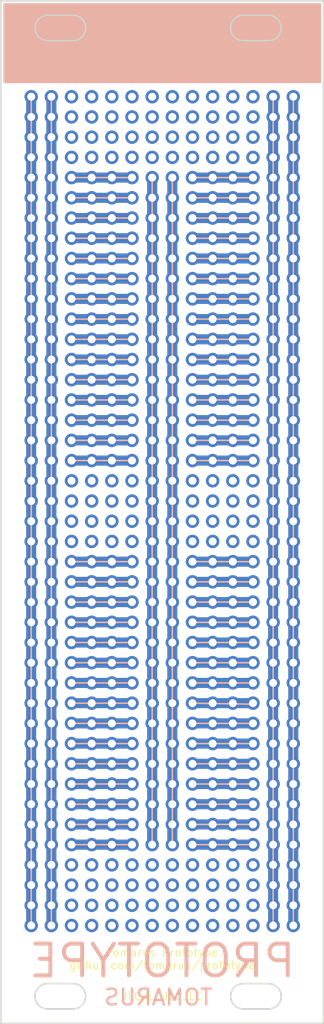
<source format=kicad_pcb>
(kicad_pcb (version 20171130) (host pcbnew 5.0.2+dfsg1-1~bpo9+1)

  (general
    (thickness 1.6)
    (drawings 163)
    (tracks 67)
    (zones 0)
    (modules 7)
    (nets 1)
  )

  (page A4)
  (layers
    (0 F.Cu signal)
    (31 B.Cu signal)
    (32 B.Adhes user)
    (33 F.Adhes user)
    (34 B.Paste user)
    (35 F.Paste user)
    (36 B.SilkS user)
    (37 F.SilkS user)
    (38 B.Mask user)
    (39 F.Mask user)
    (40 Dwgs.User user)
    (41 Cmts.User user)
    (42 Eco1.User user)
    (43 Eco2.User user)
    (44 Edge.Cuts user)
    (45 Margin user)
    (46 B.CrtYd user hide)
    (47 F.CrtYd user hide)
    (48 B.Fab user)
    (49 F.Fab user)
  )

  (setup
    (last_trace_width 0.25)
    (user_trace_width 1.27)
    (trace_clearance 0.2)
    (zone_clearance 0.508)
    (zone_45_only no)
    (trace_min 0.2)
    (segment_width 0.2)
    (edge_width 0.15)
    (via_size 0.8)
    (via_drill 0.4)
    (via_min_size 0.4)
    (via_min_drill 0.3)
    (uvia_size 0.3)
    (uvia_drill 0.1)
    (uvias_allowed no)
    (uvia_min_size 0.2)
    (uvia_min_drill 0.1)
    (pcb_text_width 0.3)
    (pcb_text_size 1.5 1.5)
    (mod_edge_width 0.15)
    (mod_text_size 1 1)
    (mod_text_width 0.15)
    (pad_size 1.7 1.7)
    (pad_drill 1)
    (pad_to_mask_clearance 0.051)
    (solder_mask_min_width 0.25)
    (aux_axis_origin 0 0)
    (visible_elements FFFFFF7F)
    (pcbplotparams
      (layerselection 0x010f0_ffffffff)
      (usegerberextensions false)
      (usegerberattributes false)
      (usegerberadvancedattributes false)
      (creategerberjobfile false)
      (excludeedgelayer true)
      (linewidth 0.100000)
      (plotframeref false)
      (viasonmask false)
      (mode 1)
      (useauxorigin false)
      (hpglpennumber 1)
      (hpglpenspeed 20)
      (hpglpendiameter 15.000000)
      (psnegative false)
      (psa4output false)
      (plotreference true)
      (plotvalue true)
      (plotinvisibletext false)
      (padsonsilk false)
      (subtractmaskfromsilk false)
      (outputformat 1)
      (mirror false)
      (drillshape 0)
      (scaleselection 1)
      (outputdirectory "Gerbers"))
  )

  (net 0 "")

  (net_class Default "This is the default net class."
    (clearance 0.2)
    (trace_width 0.25)
    (via_dia 0.8)
    (via_drill 0.4)
    (uvia_dia 0.3)
    (uvia_drill 0.1)
  )

  (module Tomarus:Header_2x42_P2.54mm (layer F.Cu) (tedit 5DD55925) (tstamp 5DEE29F3)
    (at 69.596 50.165)
    (descr "Through hole straight pin header, 2x40, 2.54mm pitch, double rows")
    (tags "Through hole pin header THT 2x40 2.54mm double row")
    (fp_text reference REF** (at 1.27 -2.33) (layer F.SilkS) hide
      (effects (font (size 1 1) (thickness 0.15)))
    )
    (fp_text value Header_2x42_P2.54mm (at 1.27 106.172) (layer F.Fab) hide
      (effects (font (size 1 1) (thickness 0.15)))
    )
    (fp_text user %R (at 1.27 49.53 90) (layer F.Fab) hide
      (effects (font (size 1 1) (thickness 0.15)))
    )
    (fp_line (start 3.81 -1.778) (end -1.27 -1.778) (layer F.CrtYd) (width 0.05))
    (fp_line (start 3.81 105.41) (end 3.81 -1.778) (layer F.CrtYd) (width 0.05))
    (fp_line (start -1.27 105.41) (end 3.81 105.41) (layer F.CrtYd) (width 0.05))
    (fp_line (start -1.27 -1.778) (end -1.27 105.41) (layer F.CrtYd) (width 0.05))
    (pad 84 thru_hole oval (at 2.54 104.14) (size 1.7 1.7) (drill 1) (layers *.Cu *.Mask))
    (pad 83 thru_hole oval (at 0 104.14) (size 1.7 1.7) (drill 1) (layers *.Cu *.Mask))
    (pad 82 thru_hole oval (at 2.54 101.6) (size 1.7 1.7) (drill 1) (layers *.Cu *.Mask))
    (pad 81 thru_hole oval (at 0 101.6) (size 1.7 1.7) (drill 1) (layers *.Cu *.Mask))
    (pad 80 thru_hole oval (at 2.54 99.06) (size 1.7 1.7) (drill 1) (layers *.Cu *.Mask))
    (pad 79 thru_hole oval (at 0 99.06) (size 1.7 1.7) (drill 1) (layers *.Cu *.Mask))
    (pad 78 thru_hole oval (at 2.54 96.52) (size 1.7 1.7) (drill 1) (layers *.Cu *.Mask))
    (pad 77 thru_hole oval (at 0 96.52) (size 1.7 1.7) (drill 1) (layers *.Cu *.Mask))
    (pad 76 thru_hole oval (at 2.54 93.98) (size 1.7 1.7) (drill 1) (layers *.Cu *.Mask))
    (pad 75 thru_hole oval (at 0 93.98) (size 1.7 1.7) (drill 1) (layers *.Cu *.Mask))
    (pad 74 thru_hole oval (at 2.54 91.44) (size 1.7 1.7) (drill 1) (layers *.Cu *.Mask))
    (pad 73 thru_hole oval (at 0 91.44) (size 1.7 1.7) (drill 1) (layers *.Cu *.Mask))
    (pad 72 thru_hole oval (at 2.54 88.9) (size 1.7 1.7) (drill 1) (layers *.Cu *.Mask))
    (pad 71 thru_hole oval (at 0 88.9) (size 1.7 1.7) (drill 1) (layers *.Cu *.Mask))
    (pad 70 thru_hole oval (at 2.54 86.36) (size 1.7 1.7) (drill 1) (layers *.Cu *.Mask))
    (pad 69 thru_hole oval (at 0 86.36) (size 1.7 1.7) (drill 1) (layers *.Cu *.Mask))
    (pad 68 thru_hole oval (at 2.54 83.82) (size 1.7 1.7) (drill 1) (layers *.Cu *.Mask))
    (pad 67 thru_hole oval (at 0 83.82) (size 1.7 1.7) (drill 1) (layers *.Cu *.Mask))
    (pad 66 thru_hole oval (at 2.54 81.28) (size 1.7 1.7) (drill 1) (layers *.Cu *.Mask))
    (pad 65 thru_hole oval (at 0 81.28) (size 1.7 1.7) (drill 1) (layers *.Cu *.Mask))
    (pad 64 thru_hole oval (at 2.54 78.74) (size 1.7 1.7) (drill 1) (layers *.Cu *.Mask))
    (pad 63 thru_hole oval (at 0 78.74) (size 1.7 1.7) (drill 1) (layers *.Cu *.Mask))
    (pad 62 thru_hole oval (at 2.54 76.2) (size 1.7 1.7) (drill 1) (layers *.Cu *.Mask))
    (pad 61 thru_hole oval (at 0 76.2) (size 1.7 1.7) (drill 1) (layers *.Cu *.Mask))
    (pad 60 thru_hole oval (at 2.54 73.66) (size 1.7 1.7) (drill 1) (layers *.Cu *.Mask))
    (pad 59 thru_hole oval (at 0 73.66) (size 1.7 1.7) (drill 1) (layers *.Cu *.Mask))
    (pad 58 thru_hole oval (at 2.54 71.12) (size 1.7 1.7) (drill 1) (layers *.Cu *.Mask))
    (pad 57 thru_hole oval (at 0 71.12) (size 1.7 1.7) (drill 1) (layers *.Cu *.Mask))
    (pad 56 thru_hole oval (at 2.54 68.58) (size 1.7 1.7) (drill 1) (layers *.Cu *.Mask))
    (pad 55 thru_hole oval (at 0 68.58) (size 1.7 1.7) (drill 1) (layers *.Cu *.Mask))
    (pad 54 thru_hole oval (at 2.54 66.04) (size 1.7 1.7) (drill 1) (layers *.Cu *.Mask))
    (pad 53 thru_hole oval (at 0 66.04) (size 1.7 1.7) (drill 1) (layers *.Cu *.Mask))
    (pad 52 thru_hole oval (at 2.54 63.5) (size 1.7 1.7) (drill 1) (layers *.Cu *.Mask))
    (pad 51 thru_hole oval (at 0 63.5) (size 1.7 1.7) (drill 1) (layers *.Cu *.Mask))
    (pad 50 thru_hole oval (at 2.54 60.96) (size 1.7 1.7) (drill 1) (layers *.Cu *.Mask))
    (pad 49 thru_hole oval (at 0 60.96) (size 1.7 1.7) (drill 1) (layers *.Cu *.Mask))
    (pad 48 thru_hole oval (at 2.54 58.42) (size 1.7 1.7) (drill 1) (layers *.Cu *.Mask))
    (pad 47 thru_hole oval (at 0 58.42) (size 1.7 1.7) (drill 1) (layers *.Cu *.Mask))
    (pad 46 thru_hole oval (at 2.54 55.88) (size 1.7 1.7) (drill 1) (layers *.Cu *.Mask))
    (pad 45 thru_hole oval (at 0 55.88) (size 1.7 1.7) (drill 1) (layers *.Cu *.Mask))
    (pad 44 thru_hole oval (at 2.54 53.34) (size 1.7 1.7) (drill 1) (layers *.Cu *.Mask))
    (pad 43 thru_hole oval (at 0 53.34) (size 1.7 1.7) (drill 1) (layers *.Cu *.Mask))
    (pad 42 thru_hole oval (at 2.54 50.8) (size 1.7 1.7) (drill 1) (layers *.Cu *.Mask))
    (pad 41 thru_hole oval (at 0 50.8) (size 1.7 1.7) (drill 1) (layers *.Cu *.Mask))
    (pad 40 thru_hole oval (at 2.54 48.26) (size 1.7 1.7) (drill 1) (layers *.Cu *.Mask))
    (pad 39 thru_hole oval (at 0 48.26) (size 1.7 1.7) (drill 1) (layers *.Cu *.Mask))
    (pad 38 thru_hole oval (at 2.54 45.72) (size 1.7 1.7) (drill 1) (layers *.Cu *.Mask))
    (pad 37 thru_hole oval (at 0 45.72) (size 1.7 1.7) (drill 1) (layers *.Cu *.Mask))
    (pad 36 thru_hole oval (at 2.54 43.18) (size 1.7 1.7) (drill 1) (layers *.Cu *.Mask))
    (pad 35 thru_hole oval (at 0 43.18) (size 1.7 1.7) (drill 1) (layers *.Cu *.Mask))
    (pad 34 thru_hole oval (at 2.54 40.64) (size 1.7 1.7) (drill 1) (layers *.Cu *.Mask))
    (pad 33 thru_hole oval (at 0 40.64) (size 1.7 1.7) (drill 1) (layers *.Cu *.Mask))
    (pad 32 thru_hole oval (at 2.54 38.1) (size 1.7 1.7) (drill 1) (layers *.Cu *.Mask))
    (pad 31 thru_hole oval (at 0 38.1) (size 1.7 1.7) (drill 1) (layers *.Cu *.Mask))
    (pad 30 thru_hole oval (at 2.54 35.56) (size 1.7 1.7) (drill 1) (layers *.Cu *.Mask))
    (pad 29 thru_hole oval (at 0 35.56) (size 1.7 1.7) (drill 1) (layers *.Cu *.Mask))
    (pad 28 thru_hole oval (at 2.54 33.02) (size 1.7 1.7) (drill 1) (layers *.Cu *.Mask))
    (pad 27 thru_hole oval (at 0 33.02) (size 1.7 1.7) (drill 1) (layers *.Cu *.Mask))
    (pad 26 thru_hole oval (at 2.54 30.48) (size 1.7 1.7) (drill 1) (layers *.Cu *.Mask))
    (pad 25 thru_hole oval (at 0 30.48) (size 1.7 1.7) (drill 1) (layers *.Cu *.Mask))
    (pad 24 thru_hole oval (at 2.54 27.94) (size 1.7 1.7) (drill 1) (layers *.Cu *.Mask))
    (pad 23 thru_hole oval (at 0 27.94) (size 1.7 1.7) (drill 1) (layers *.Cu *.Mask))
    (pad 22 thru_hole oval (at 2.54 25.4) (size 1.7 1.7) (drill 1) (layers *.Cu *.Mask))
    (pad 21 thru_hole oval (at 0 25.4) (size 1.7 1.7) (drill 1) (layers *.Cu *.Mask))
    (pad 20 thru_hole oval (at 2.54 22.86) (size 1.7 1.7) (drill 1) (layers *.Cu *.Mask))
    (pad 19 thru_hole oval (at 0 22.86) (size 1.7 1.7) (drill 1) (layers *.Cu *.Mask))
    (pad 18 thru_hole oval (at 2.54 20.32) (size 1.7 1.7) (drill 1) (layers *.Cu *.Mask))
    (pad 17 thru_hole oval (at 0 20.32) (size 1.7 1.7) (drill 1) (layers *.Cu *.Mask))
    (pad 16 thru_hole oval (at 2.54 17.78) (size 1.7 1.7) (drill 1) (layers *.Cu *.Mask))
    (pad 15 thru_hole oval (at 0 17.78) (size 1.7 1.7) (drill 1) (layers *.Cu *.Mask))
    (pad 14 thru_hole oval (at 2.54 15.24) (size 1.7 1.7) (drill 1) (layers *.Cu *.Mask))
    (pad 13 thru_hole oval (at 0 15.24) (size 1.7 1.7) (drill 1) (layers *.Cu *.Mask))
    (pad 12 thru_hole oval (at 2.54 12.7) (size 1.7 1.7) (drill 1) (layers *.Cu *.Mask))
    (pad 11 thru_hole oval (at 0 12.7) (size 1.7 1.7) (drill 1) (layers *.Cu *.Mask))
    (pad 10 thru_hole oval (at 2.54 10.16) (size 1.7 1.7) (drill 1) (layers *.Cu *.Mask))
    (pad 9 thru_hole oval (at 0 10.16) (size 1.7 1.7) (drill 1) (layers *.Cu *.Mask))
    (pad 8 thru_hole oval (at 2.54 7.62) (size 1.7 1.7) (drill 1) (layers *.Cu *.Mask))
    (pad 7 thru_hole oval (at 0 7.62) (size 1.7 1.7) (drill 1) (layers *.Cu *.Mask))
    (pad 6 thru_hole oval (at 2.54 5.08) (size 1.7 1.7) (drill 1) (layers *.Cu *.Mask))
    (pad 5 thru_hole oval (at 0 5.08) (size 1.7 1.7) (drill 1) (layers *.Cu *.Mask))
    (pad 4 thru_hole oval (at 2.54 2.54) (size 1.7 1.7) (drill 1) (layers *.Cu *.Mask))
    (pad 3 thru_hole oval (at 0 2.54) (size 1.7 1.7) (drill 1) (layers *.Cu *.Mask))
    (pad 2 thru_hole oval (at 2.54 0) (size 1.7 1.7) (drill 1) (layers *.Cu *.Mask))
    (pad 1 thru_hole circle (at 0 0) (size 1.7 1.7) (drill 1) (layers *.Cu *.Mask))
    (model ${KISYS3DMOD}/Connector_PinHeader_2.54mm.3dshapes/PinHeader_2x40_P2.54mm_Vertical.wrl
      (at (xyz 0 0 0))
      (scale (xyz 1 1 1))
      (rotate (xyz 0 0 0))
    )
  )

  (module Tomarus:Header_2x42_P2.54mm (layer F.Cu) (tedit 5DD55925) (tstamp 5DEE2D2F)
    (at 100.076 50.165)
    (descr "Through hole straight pin header, 2x40, 2.54mm pitch, double rows")
    (tags "Through hole pin header THT 2x40 2.54mm double row")
    (fp_text reference REF** (at 1.27 -2.33) (layer F.SilkS) hide
      (effects (font (size 1 1) (thickness 0.15)))
    )
    (fp_text value Header_2x42_P2.54mm (at 1.27 106.172) (layer F.Fab) hide
      (effects (font (size 1 1) (thickness 0.15)))
    )
    (fp_text user %R (at 1.27 49.53 90) (layer F.Fab) hide
      (effects (font (size 1 1) (thickness 0.15)))
    )
    (fp_line (start 3.81 -1.778) (end -1.27 -1.778) (layer F.CrtYd) (width 0.05))
    (fp_line (start 3.81 105.41) (end 3.81 -1.778) (layer F.CrtYd) (width 0.05))
    (fp_line (start -1.27 105.41) (end 3.81 105.41) (layer F.CrtYd) (width 0.05))
    (fp_line (start -1.27 -1.778) (end -1.27 105.41) (layer F.CrtYd) (width 0.05))
    (pad 84 thru_hole oval (at 2.54 104.14) (size 1.7 1.7) (drill 1) (layers *.Cu *.Mask))
    (pad 83 thru_hole oval (at 0 104.14) (size 1.7 1.7) (drill 1) (layers *.Cu *.Mask))
    (pad 82 thru_hole oval (at 2.54 101.6) (size 1.7 1.7) (drill 1) (layers *.Cu *.Mask))
    (pad 81 thru_hole oval (at 0 101.6) (size 1.7 1.7) (drill 1) (layers *.Cu *.Mask))
    (pad 80 thru_hole oval (at 2.54 99.06) (size 1.7 1.7) (drill 1) (layers *.Cu *.Mask))
    (pad 79 thru_hole oval (at 0 99.06) (size 1.7 1.7) (drill 1) (layers *.Cu *.Mask))
    (pad 78 thru_hole oval (at 2.54 96.52) (size 1.7 1.7) (drill 1) (layers *.Cu *.Mask))
    (pad 77 thru_hole oval (at 0 96.52) (size 1.7 1.7) (drill 1) (layers *.Cu *.Mask))
    (pad 76 thru_hole oval (at 2.54 93.98) (size 1.7 1.7) (drill 1) (layers *.Cu *.Mask))
    (pad 75 thru_hole oval (at 0 93.98) (size 1.7 1.7) (drill 1) (layers *.Cu *.Mask))
    (pad 74 thru_hole oval (at 2.54 91.44) (size 1.7 1.7) (drill 1) (layers *.Cu *.Mask))
    (pad 73 thru_hole oval (at 0 91.44) (size 1.7 1.7) (drill 1) (layers *.Cu *.Mask))
    (pad 72 thru_hole oval (at 2.54 88.9) (size 1.7 1.7) (drill 1) (layers *.Cu *.Mask))
    (pad 71 thru_hole oval (at 0 88.9) (size 1.7 1.7) (drill 1) (layers *.Cu *.Mask))
    (pad 70 thru_hole oval (at 2.54 86.36) (size 1.7 1.7) (drill 1) (layers *.Cu *.Mask))
    (pad 69 thru_hole oval (at 0 86.36) (size 1.7 1.7) (drill 1) (layers *.Cu *.Mask))
    (pad 68 thru_hole oval (at 2.54 83.82) (size 1.7 1.7) (drill 1) (layers *.Cu *.Mask))
    (pad 67 thru_hole oval (at 0 83.82) (size 1.7 1.7) (drill 1) (layers *.Cu *.Mask))
    (pad 66 thru_hole oval (at 2.54 81.28) (size 1.7 1.7) (drill 1) (layers *.Cu *.Mask))
    (pad 65 thru_hole oval (at 0 81.28) (size 1.7 1.7) (drill 1) (layers *.Cu *.Mask))
    (pad 64 thru_hole oval (at 2.54 78.74) (size 1.7 1.7) (drill 1) (layers *.Cu *.Mask))
    (pad 63 thru_hole oval (at 0 78.74) (size 1.7 1.7) (drill 1) (layers *.Cu *.Mask))
    (pad 62 thru_hole oval (at 2.54 76.2) (size 1.7 1.7) (drill 1) (layers *.Cu *.Mask))
    (pad 61 thru_hole oval (at 0 76.2) (size 1.7 1.7) (drill 1) (layers *.Cu *.Mask))
    (pad 60 thru_hole oval (at 2.54 73.66) (size 1.7 1.7) (drill 1) (layers *.Cu *.Mask))
    (pad 59 thru_hole oval (at 0 73.66) (size 1.7 1.7) (drill 1) (layers *.Cu *.Mask))
    (pad 58 thru_hole oval (at 2.54 71.12) (size 1.7 1.7) (drill 1) (layers *.Cu *.Mask))
    (pad 57 thru_hole oval (at 0 71.12) (size 1.7 1.7) (drill 1) (layers *.Cu *.Mask))
    (pad 56 thru_hole oval (at 2.54 68.58) (size 1.7 1.7) (drill 1) (layers *.Cu *.Mask))
    (pad 55 thru_hole oval (at 0 68.58) (size 1.7 1.7) (drill 1) (layers *.Cu *.Mask))
    (pad 54 thru_hole oval (at 2.54 66.04) (size 1.7 1.7) (drill 1) (layers *.Cu *.Mask))
    (pad 53 thru_hole oval (at 0 66.04) (size 1.7 1.7) (drill 1) (layers *.Cu *.Mask))
    (pad 52 thru_hole oval (at 2.54 63.5) (size 1.7 1.7) (drill 1) (layers *.Cu *.Mask))
    (pad 51 thru_hole oval (at 0 63.5) (size 1.7 1.7) (drill 1) (layers *.Cu *.Mask))
    (pad 50 thru_hole oval (at 2.54 60.96) (size 1.7 1.7) (drill 1) (layers *.Cu *.Mask))
    (pad 49 thru_hole oval (at 0 60.96) (size 1.7 1.7) (drill 1) (layers *.Cu *.Mask))
    (pad 48 thru_hole oval (at 2.54 58.42) (size 1.7 1.7) (drill 1) (layers *.Cu *.Mask))
    (pad 47 thru_hole oval (at 0 58.42) (size 1.7 1.7) (drill 1) (layers *.Cu *.Mask))
    (pad 46 thru_hole oval (at 2.54 55.88) (size 1.7 1.7) (drill 1) (layers *.Cu *.Mask))
    (pad 45 thru_hole oval (at 0 55.88) (size 1.7 1.7) (drill 1) (layers *.Cu *.Mask))
    (pad 44 thru_hole oval (at 2.54 53.34) (size 1.7 1.7) (drill 1) (layers *.Cu *.Mask))
    (pad 43 thru_hole oval (at 0 53.34) (size 1.7 1.7) (drill 1) (layers *.Cu *.Mask))
    (pad 42 thru_hole oval (at 2.54 50.8) (size 1.7 1.7) (drill 1) (layers *.Cu *.Mask))
    (pad 41 thru_hole oval (at 0 50.8) (size 1.7 1.7) (drill 1) (layers *.Cu *.Mask))
    (pad 40 thru_hole oval (at 2.54 48.26) (size 1.7 1.7) (drill 1) (layers *.Cu *.Mask))
    (pad 39 thru_hole oval (at 0 48.26) (size 1.7 1.7) (drill 1) (layers *.Cu *.Mask))
    (pad 38 thru_hole oval (at 2.54 45.72) (size 1.7 1.7) (drill 1) (layers *.Cu *.Mask))
    (pad 37 thru_hole oval (at 0 45.72) (size 1.7 1.7) (drill 1) (layers *.Cu *.Mask))
    (pad 36 thru_hole oval (at 2.54 43.18) (size 1.7 1.7) (drill 1) (layers *.Cu *.Mask))
    (pad 35 thru_hole oval (at 0 43.18) (size 1.7 1.7) (drill 1) (layers *.Cu *.Mask))
    (pad 34 thru_hole oval (at 2.54 40.64) (size 1.7 1.7) (drill 1) (layers *.Cu *.Mask))
    (pad 33 thru_hole oval (at 0 40.64) (size 1.7 1.7) (drill 1) (layers *.Cu *.Mask))
    (pad 32 thru_hole oval (at 2.54 38.1) (size 1.7 1.7) (drill 1) (layers *.Cu *.Mask))
    (pad 31 thru_hole oval (at 0 38.1) (size 1.7 1.7) (drill 1) (layers *.Cu *.Mask))
    (pad 30 thru_hole oval (at 2.54 35.56) (size 1.7 1.7) (drill 1) (layers *.Cu *.Mask))
    (pad 29 thru_hole oval (at 0 35.56) (size 1.7 1.7) (drill 1) (layers *.Cu *.Mask))
    (pad 28 thru_hole oval (at 2.54 33.02) (size 1.7 1.7) (drill 1) (layers *.Cu *.Mask))
    (pad 27 thru_hole oval (at 0 33.02) (size 1.7 1.7) (drill 1) (layers *.Cu *.Mask))
    (pad 26 thru_hole oval (at 2.54 30.48) (size 1.7 1.7) (drill 1) (layers *.Cu *.Mask))
    (pad 25 thru_hole oval (at 0 30.48) (size 1.7 1.7) (drill 1) (layers *.Cu *.Mask))
    (pad 24 thru_hole oval (at 2.54 27.94) (size 1.7 1.7) (drill 1) (layers *.Cu *.Mask))
    (pad 23 thru_hole oval (at 0 27.94) (size 1.7 1.7) (drill 1) (layers *.Cu *.Mask))
    (pad 22 thru_hole oval (at 2.54 25.4) (size 1.7 1.7) (drill 1) (layers *.Cu *.Mask))
    (pad 21 thru_hole oval (at 0 25.4) (size 1.7 1.7) (drill 1) (layers *.Cu *.Mask))
    (pad 20 thru_hole oval (at 2.54 22.86) (size 1.7 1.7) (drill 1) (layers *.Cu *.Mask))
    (pad 19 thru_hole oval (at 0 22.86) (size 1.7 1.7) (drill 1) (layers *.Cu *.Mask))
    (pad 18 thru_hole oval (at 2.54 20.32) (size 1.7 1.7) (drill 1) (layers *.Cu *.Mask))
    (pad 17 thru_hole oval (at 0 20.32) (size 1.7 1.7) (drill 1) (layers *.Cu *.Mask))
    (pad 16 thru_hole oval (at 2.54 17.78) (size 1.7 1.7) (drill 1) (layers *.Cu *.Mask))
    (pad 15 thru_hole oval (at 0 17.78) (size 1.7 1.7) (drill 1) (layers *.Cu *.Mask))
    (pad 14 thru_hole oval (at 2.54 15.24) (size 1.7 1.7) (drill 1) (layers *.Cu *.Mask))
    (pad 13 thru_hole oval (at 0 15.24) (size 1.7 1.7) (drill 1) (layers *.Cu *.Mask))
    (pad 12 thru_hole oval (at 2.54 12.7) (size 1.7 1.7) (drill 1) (layers *.Cu *.Mask))
    (pad 11 thru_hole oval (at 0 12.7) (size 1.7 1.7) (drill 1) (layers *.Cu *.Mask))
    (pad 10 thru_hole oval (at 2.54 10.16) (size 1.7 1.7) (drill 1) (layers *.Cu *.Mask))
    (pad 9 thru_hole oval (at 0 10.16) (size 1.7 1.7) (drill 1) (layers *.Cu *.Mask))
    (pad 8 thru_hole oval (at 2.54 7.62) (size 1.7 1.7) (drill 1) (layers *.Cu *.Mask))
    (pad 7 thru_hole oval (at 0 7.62) (size 1.7 1.7) (drill 1) (layers *.Cu *.Mask))
    (pad 6 thru_hole oval (at 2.54 5.08) (size 1.7 1.7) (drill 1) (layers *.Cu *.Mask))
    (pad 5 thru_hole oval (at 0 5.08) (size 1.7 1.7) (drill 1) (layers *.Cu *.Mask))
    (pad 4 thru_hole oval (at 2.54 2.54) (size 1.7 1.7) (drill 1) (layers *.Cu *.Mask))
    (pad 3 thru_hole oval (at 0 2.54) (size 1.7 1.7) (drill 1) (layers *.Cu *.Mask))
    (pad 2 thru_hole oval (at 2.54 0) (size 1.7 1.7) (drill 1) (layers *.Cu *.Mask))
    (pad 1 thru_hole circle (at 0 0) (size 1.7 1.7) (drill 1) (layers *.Cu *.Mask))
    (model ${KISYS3DMOD}/Connector_PinHeader_2.54mm.3dshapes/PinHeader_2x40_P2.54mm_Vertical.wrl
      (at (xyz 0 0 0))
      (scale (xyz 1 1 1))
      (rotate (xyz 0 0 0))
    )
  )

  (module Tomarus:Header_2x42_P2.54mm (layer F.Cu) (tedit 5DD55925) (tstamp 5DEE27CB)
    (at 74.676 50.165)
    (descr "Through hole straight pin header, 2x40, 2.54mm pitch, double rows")
    (tags "Through hole pin header THT 2x40 2.54mm double row")
    (fp_text reference REF** (at 1.27 -2.33) (layer F.SilkS) hide
      (effects (font (size 1 1) (thickness 0.15)))
    )
    (fp_text value Header_2x42_P2.54mm (at 1.27 106.172) (layer F.Fab) hide
      (effects (font (size 1 1) (thickness 0.15)))
    )
    (fp_text user %R (at 1.27 49.53 90) (layer F.Fab) hide
      (effects (font (size 1 1) (thickness 0.15)))
    )
    (fp_line (start 3.81 -1.778) (end -1.27 -1.778) (layer F.CrtYd) (width 0.05))
    (fp_line (start 3.81 105.41) (end 3.81 -1.778) (layer F.CrtYd) (width 0.05))
    (fp_line (start -1.27 105.41) (end 3.81 105.41) (layer F.CrtYd) (width 0.05))
    (fp_line (start -1.27 -1.778) (end -1.27 105.41) (layer F.CrtYd) (width 0.05))
    (pad 84 thru_hole oval (at 2.54 104.14) (size 1.7 1.7) (drill 1) (layers *.Cu *.Mask))
    (pad 83 thru_hole oval (at 0 104.14) (size 1.7 1.7) (drill 1) (layers *.Cu *.Mask))
    (pad 82 thru_hole oval (at 2.54 101.6) (size 1.7 1.7) (drill 1) (layers *.Cu *.Mask))
    (pad 81 thru_hole oval (at 0 101.6) (size 1.7 1.7) (drill 1) (layers *.Cu *.Mask))
    (pad 80 thru_hole oval (at 2.54 99.06) (size 1.7 1.7) (drill 1) (layers *.Cu *.Mask))
    (pad 79 thru_hole oval (at 0 99.06) (size 1.7 1.7) (drill 1) (layers *.Cu *.Mask))
    (pad 78 thru_hole oval (at 2.54 96.52) (size 1.7 1.7) (drill 1) (layers *.Cu *.Mask))
    (pad 77 thru_hole oval (at 0 96.52) (size 1.7 1.7) (drill 1) (layers *.Cu *.Mask))
    (pad 76 thru_hole oval (at 2.54 93.98) (size 1.7 1.7) (drill 1) (layers *.Cu *.Mask))
    (pad 75 thru_hole oval (at 0 93.98) (size 1.7 1.7) (drill 1) (layers *.Cu *.Mask))
    (pad 74 thru_hole oval (at 2.54 91.44) (size 1.7 1.7) (drill 1) (layers *.Cu *.Mask))
    (pad 73 thru_hole oval (at 0 91.44) (size 1.7 1.7) (drill 1) (layers *.Cu *.Mask))
    (pad 72 thru_hole oval (at 2.54 88.9) (size 1.7 1.7) (drill 1) (layers *.Cu *.Mask))
    (pad 71 thru_hole oval (at 0 88.9) (size 1.7 1.7) (drill 1) (layers *.Cu *.Mask))
    (pad 70 thru_hole oval (at 2.54 86.36) (size 1.7 1.7) (drill 1) (layers *.Cu *.Mask))
    (pad 69 thru_hole oval (at 0 86.36) (size 1.7 1.7) (drill 1) (layers *.Cu *.Mask))
    (pad 68 thru_hole oval (at 2.54 83.82) (size 1.7 1.7) (drill 1) (layers *.Cu *.Mask))
    (pad 67 thru_hole oval (at 0 83.82) (size 1.7 1.7) (drill 1) (layers *.Cu *.Mask))
    (pad 66 thru_hole oval (at 2.54 81.28) (size 1.7 1.7) (drill 1) (layers *.Cu *.Mask))
    (pad 65 thru_hole oval (at 0 81.28) (size 1.7 1.7) (drill 1) (layers *.Cu *.Mask))
    (pad 64 thru_hole oval (at 2.54 78.74) (size 1.7 1.7) (drill 1) (layers *.Cu *.Mask))
    (pad 63 thru_hole oval (at 0 78.74) (size 1.7 1.7) (drill 1) (layers *.Cu *.Mask))
    (pad 62 thru_hole oval (at 2.54 76.2) (size 1.7 1.7) (drill 1) (layers *.Cu *.Mask))
    (pad 61 thru_hole oval (at 0 76.2) (size 1.7 1.7) (drill 1) (layers *.Cu *.Mask))
    (pad 60 thru_hole oval (at 2.54 73.66) (size 1.7 1.7) (drill 1) (layers *.Cu *.Mask))
    (pad 59 thru_hole oval (at 0 73.66) (size 1.7 1.7) (drill 1) (layers *.Cu *.Mask))
    (pad 58 thru_hole oval (at 2.54 71.12) (size 1.7 1.7) (drill 1) (layers *.Cu *.Mask))
    (pad 57 thru_hole oval (at 0 71.12) (size 1.7 1.7) (drill 1) (layers *.Cu *.Mask))
    (pad 56 thru_hole oval (at 2.54 68.58) (size 1.7 1.7) (drill 1) (layers *.Cu *.Mask))
    (pad 55 thru_hole oval (at 0 68.58) (size 1.7 1.7) (drill 1) (layers *.Cu *.Mask))
    (pad 54 thru_hole oval (at 2.54 66.04) (size 1.7 1.7) (drill 1) (layers *.Cu *.Mask))
    (pad 53 thru_hole oval (at 0 66.04) (size 1.7 1.7) (drill 1) (layers *.Cu *.Mask))
    (pad 52 thru_hole oval (at 2.54 63.5) (size 1.7 1.7) (drill 1) (layers *.Cu *.Mask))
    (pad 51 thru_hole oval (at 0 63.5) (size 1.7 1.7) (drill 1) (layers *.Cu *.Mask))
    (pad 50 thru_hole oval (at 2.54 60.96) (size 1.7 1.7) (drill 1) (layers *.Cu *.Mask))
    (pad 49 thru_hole oval (at 0 60.96) (size 1.7 1.7) (drill 1) (layers *.Cu *.Mask))
    (pad 48 thru_hole oval (at 2.54 58.42) (size 1.7 1.7) (drill 1) (layers *.Cu *.Mask))
    (pad 47 thru_hole oval (at 0 58.42) (size 1.7 1.7) (drill 1) (layers *.Cu *.Mask))
    (pad 46 thru_hole oval (at 2.54 55.88) (size 1.7 1.7) (drill 1) (layers *.Cu *.Mask))
    (pad 45 thru_hole oval (at 0 55.88) (size 1.7 1.7) (drill 1) (layers *.Cu *.Mask))
    (pad 44 thru_hole oval (at 2.54 53.34) (size 1.7 1.7) (drill 1) (layers *.Cu *.Mask))
    (pad 43 thru_hole oval (at 0 53.34) (size 1.7 1.7) (drill 1) (layers *.Cu *.Mask))
    (pad 42 thru_hole oval (at 2.54 50.8) (size 1.7 1.7) (drill 1) (layers *.Cu *.Mask))
    (pad 41 thru_hole oval (at 0 50.8) (size 1.7 1.7) (drill 1) (layers *.Cu *.Mask))
    (pad 40 thru_hole oval (at 2.54 48.26) (size 1.7 1.7) (drill 1) (layers *.Cu *.Mask))
    (pad 39 thru_hole oval (at 0 48.26) (size 1.7 1.7) (drill 1) (layers *.Cu *.Mask))
    (pad 38 thru_hole oval (at 2.54 45.72) (size 1.7 1.7) (drill 1) (layers *.Cu *.Mask))
    (pad 37 thru_hole oval (at 0 45.72) (size 1.7 1.7) (drill 1) (layers *.Cu *.Mask))
    (pad 36 thru_hole oval (at 2.54 43.18) (size 1.7 1.7) (drill 1) (layers *.Cu *.Mask))
    (pad 35 thru_hole oval (at 0 43.18) (size 1.7 1.7) (drill 1) (layers *.Cu *.Mask))
    (pad 34 thru_hole oval (at 2.54 40.64) (size 1.7 1.7) (drill 1) (layers *.Cu *.Mask))
    (pad 33 thru_hole oval (at 0 40.64) (size 1.7 1.7) (drill 1) (layers *.Cu *.Mask))
    (pad 32 thru_hole oval (at 2.54 38.1) (size 1.7 1.7) (drill 1) (layers *.Cu *.Mask))
    (pad 31 thru_hole oval (at 0 38.1) (size 1.7 1.7) (drill 1) (layers *.Cu *.Mask))
    (pad 30 thru_hole oval (at 2.54 35.56) (size 1.7 1.7) (drill 1) (layers *.Cu *.Mask))
    (pad 29 thru_hole oval (at 0 35.56) (size 1.7 1.7) (drill 1) (layers *.Cu *.Mask))
    (pad 28 thru_hole oval (at 2.54 33.02) (size 1.7 1.7) (drill 1) (layers *.Cu *.Mask))
    (pad 27 thru_hole oval (at 0 33.02) (size 1.7 1.7) (drill 1) (layers *.Cu *.Mask))
    (pad 26 thru_hole oval (at 2.54 30.48) (size 1.7 1.7) (drill 1) (layers *.Cu *.Mask))
    (pad 25 thru_hole oval (at 0 30.48) (size 1.7 1.7) (drill 1) (layers *.Cu *.Mask))
    (pad 24 thru_hole oval (at 2.54 27.94) (size 1.7 1.7) (drill 1) (layers *.Cu *.Mask))
    (pad 23 thru_hole oval (at 0 27.94) (size 1.7 1.7) (drill 1) (layers *.Cu *.Mask))
    (pad 22 thru_hole oval (at 2.54 25.4) (size 1.7 1.7) (drill 1) (layers *.Cu *.Mask))
    (pad 21 thru_hole oval (at 0 25.4) (size 1.7 1.7) (drill 1) (layers *.Cu *.Mask))
    (pad 20 thru_hole oval (at 2.54 22.86) (size 1.7 1.7) (drill 1) (layers *.Cu *.Mask))
    (pad 19 thru_hole oval (at 0 22.86) (size 1.7 1.7) (drill 1) (layers *.Cu *.Mask))
    (pad 18 thru_hole oval (at 2.54 20.32) (size 1.7 1.7) (drill 1) (layers *.Cu *.Mask))
    (pad 17 thru_hole oval (at 0 20.32) (size 1.7 1.7) (drill 1) (layers *.Cu *.Mask))
    (pad 16 thru_hole oval (at 2.54 17.78) (size 1.7 1.7) (drill 1) (layers *.Cu *.Mask))
    (pad 15 thru_hole oval (at 0 17.78) (size 1.7 1.7) (drill 1) (layers *.Cu *.Mask))
    (pad 14 thru_hole oval (at 2.54 15.24) (size 1.7 1.7) (drill 1) (layers *.Cu *.Mask))
    (pad 13 thru_hole oval (at 0 15.24) (size 1.7 1.7) (drill 1) (layers *.Cu *.Mask))
    (pad 12 thru_hole oval (at 2.54 12.7) (size 1.7 1.7) (drill 1) (layers *.Cu *.Mask))
    (pad 11 thru_hole oval (at 0 12.7) (size 1.7 1.7) (drill 1) (layers *.Cu *.Mask))
    (pad 10 thru_hole oval (at 2.54 10.16) (size 1.7 1.7) (drill 1) (layers *.Cu *.Mask))
    (pad 9 thru_hole oval (at 0 10.16) (size 1.7 1.7) (drill 1) (layers *.Cu *.Mask))
    (pad 8 thru_hole oval (at 2.54 7.62) (size 1.7 1.7) (drill 1) (layers *.Cu *.Mask))
    (pad 7 thru_hole oval (at 0 7.62) (size 1.7 1.7) (drill 1) (layers *.Cu *.Mask))
    (pad 6 thru_hole oval (at 2.54 5.08) (size 1.7 1.7) (drill 1) (layers *.Cu *.Mask))
    (pad 5 thru_hole oval (at 0 5.08) (size 1.7 1.7) (drill 1) (layers *.Cu *.Mask))
    (pad 4 thru_hole oval (at 2.54 2.54) (size 1.7 1.7) (drill 1) (layers *.Cu *.Mask))
    (pad 3 thru_hole oval (at 0 2.54) (size 1.7 1.7) (drill 1) (layers *.Cu *.Mask))
    (pad 2 thru_hole oval (at 2.54 0) (size 1.7 1.7) (drill 1) (layers *.Cu *.Mask))
    (pad 1 thru_hole circle (at 0 0) (size 1.7 1.7) (drill 1) (layers *.Cu *.Mask))
    (model ${KISYS3DMOD}/Connector_PinHeader_2.54mm.3dshapes/PinHeader_2x40_P2.54mm_Vertical.wrl
      (at (xyz 0 0 0))
      (scale (xyz 1 1 1))
      (rotate (xyz 0 0 0))
    )
  )

  (module Tomarus:Header_2x42_P2.54mm (layer F.Cu) (tedit 5DD55925) (tstamp 5DEE26B7)
    (at 79.756 50.165)
    (descr "Through hole straight pin header, 2x40, 2.54mm pitch, double rows")
    (tags "Through hole pin header THT 2x40 2.54mm double row")
    (fp_text reference REF** (at 1.27 -2.33) (layer F.SilkS) hide
      (effects (font (size 1 1) (thickness 0.15)))
    )
    (fp_text value Header_2x42_P2.54mm (at 1.27 106.172) (layer F.Fab) hide
      (effects (font (size 1 1) (thickness 0.15)))
    )
    (fp_text user %R (at 1.27 49.53 90) (layer F.Fab) hide
      (effects (font (size 1 1) (thickness 0.15)))
    )
    (fp_line (start 3.81 -1.778) (end -1.27 -1.778) (layer F.CrtYd) (width 0.05))
    (fp_line (start 3.81 105.41) (end 3.81 -1.778) (layer F.CrtYd) (width 0.05))
    (fp_line (start -1.27 105.41) (end 3.81 105.41) (layer F.CrtYd) (width 0.05))
    (fp_line (start -1.27 -1.778) (end -1.27 105.41) (layer F.CrtYd) (width 0.05))
    (pad 84 thru_hole oval (at 2.54 104.14) (size 1.7 1.7) (drill 1) (layers *.Cu *.Mask))
    (pad 83 thru_hole oval (at 0 104.14) (size 1.7 1.7) (drill 1) (layers *.Cu *.Mask))
    (pad 82 thru_hole oval (at 2.54 101.6) (size 1.7 1.7) (drill 1) (layers *.Cu *.Mask))
    (pad 81 thru_hole oval (at 0 101.6) (size 1.7 1.7) (drill 1) (layers *.Cu *.Mask))
    (pad 80 thru_hole oval (at 2.54 99.06) (size 1.7 1.7) (drill 1) (layers *.Cu *.Mask))
    (pad 79 thru_hole oval (at 0 99.06) (size 1.7 1.7) (drill 1) (layers *.Cu *.Mask))
    (pad 78 thru_hole oval (at 2.54 96.52) (size 1.7 1.7) (drill 1) (layers *.Cu *.Mask))
    (pad 77 thru_hole oval (at 0 96.52) (size 1.7 1.7) (drill 1) (layers *.Cu *.Mask))
    (pad 76 thru_hole oval (at 2.54 93.98) (size 1.7 1.7) (drill 1) (layers *.Cu *.Mask))
    (pad 75 thru_hole oval (at 0 93.98) (size 1.7 1.7) (drill 1) (layers *.Cu *.Mask))
    (pad 74 thru_hole oval (at 2.54 91.44) (size 1.7 1.7) (drill 1) (layers *.Cu *.Mask))
    (pad 73 thru_hole oval (at 0 91.44) (size 1.7 1.7) (drill 1) (layers *.Cu *.Mask))
    (pad 72 thru_hole oval (at 2.54 88.9) (size 1.7 1.7) (drill 1) (layers *.Cu *.Mask))
    (pad 71 thru_hole oval (at 0 88.9) (size 1.7 1.7) (drill 1) (layers *.Cu *.Mask))
    (pad 70 thru_hole oval (at 2.54 86.36) (size 1.7 1.7) (drill 1) (layers *.Cu *.Mask))
    (pad 69 thru_hole oval (at 0 86.36) (size 1.7 1.7) (drill 1) (layers *.Cu *.Mask))
    (pad 68 thru_hole oval (at 2.54 83.82) (size 1.7 1.7) (drill 1) (layers *.Cu *.Mask))
    (pad 67 thru_hole oval (at 0 83.82) (size 1.7 1.7) (drill 1) (layers *.Cu *.Mask))
    (pad 66 thru_hole oval (at 2.54 81.28) (size 1.7 1.7) (drill 1) (layers *.Cu *.Mask))
    (pad 65 thru_hole oval (at 0 81.28) (size 1.7 1.7) (drill 1) (layers *.Cu *.Mask))
    (pad 64 thru_hole oval (at 2.54 78.74) (size 1.7 1.7) (drill 1) (layers *.Cu *.Mask))
    (pad 63 thru_hole oval (at 0 78.74) (size 1.7 1.7) (drill 1) (layers *.Cu *.Mask))
    (pad 62 thru_hole oval (at 2.54 76.2) (size 1.7 1.7) (drill 1) (layers *.Cu *.Mask))
    (pad 61 thru_hole oval (at 0 76.2) (size 1.7 1.7) (drill 1) (layers *.Cu *.Mask))
    (pad 60 thru_hole oval (at 2.54 73.66) (size 1.7 1.7) (drill 1) (layers *.Cu *.Mask))
    (pad 59 thru_hole oval (at 0 73.66) (size 1.7 1.7) (drill 1) (layers *.Cu *.Mask))
    (pad 58 thru_hole oval (at 2.54 71.12) (size 1.7 1.7) (drill 1) (layers *.Cu *.Mask))
    (pad 57 thru_hole oval (at 0 71.12) (size 1.7 1.7) (drill 1) (layers *.Cu *.Mask))
    (pad 56 thru_hole oval (at 2.54 68.58) (size 1.7 1.7) (drill 1) (layers *.Cu *.Mask))
    (pad 55 thru_hole oval (at 0 68.58) (size 1.7 1.7) (drill 1) (layers *.Cu *.Mask))
    (pad 54 thru_hole oval (at 2.54 66.04) (size 1.7 1.7) (drill 1) (layers *.Cu *.Mask))
    (pad 53 thru_hole oval (at 0 66.04) (size 1.7 1.7) (drill 1) (layers *.Cu *.Mask))
    (pad 52 thru_hole oval (at 2.54 63.5) (size 1.7 1.7) (drill 1) (layers *.Cu *.Mask))
    (pad 51 thru_hole oval (at 0 63.5) (size 1.7 1.7) (drill 1) (layers *.Cu *.Mask))
    (pad 50 thru_hole oval (at 2.54 60.96) (size 1.7 1.7) (drill 1) (layers *.Cu *.Mask))
    (pad 49 thru_hole oval (at 0 60.96) (size 1.7 1.7) (drill 1) (layers *.Cu *.Mask))
    (pad 48 thru_hole oval (at 2.54 58.42) (size 1.7 1.7) (drill 1) (layers *.Cu *.Mask))
    (pad 47 thru_hole oval (at 0 58.42) (size 1.7 1.7) (drill 1) (layers *.Cu *.Mask))
    (pad 46 thru_hole oval (at 2.54 55.88) (size 1.7 1.7) (drill 1) (layers *.Cu *.Mask))
    (pad 45 thru_hole oval (at 0 55.88) (size 1.7 1.7) (drill 1) (layers *.Cu *.Mask))
    (pad 44 thru_hole oval (at 2.54 53.34) (size 1.7 1.7) (drill 1) (layers *.Cu *.Mask))
    (pad 43 thru_hole oval (at 0 53.34) (size 1.7 1.7) (drill 1) (layers *.Cu *.Mask))
    (pad 42 thru_hole oval (at 2.54 50.8) (size 1.7 1.7) (drill 1) (layers *.Cu *.Mask))
    (pad 41 thru_hole oval (at 0 50.8) (size 1.7 1.7) (drill 1) (layers *.Cu *.Mask))
    (pad 40 thru_hole oval (at 2.54 48.26) (size 1.7 1.7) (drill 1) (layers *.Cu *.Mask))
    (pad 39 thru_hole oval (at 0 48.26) (size 1.7 1.7) (drill 1) (layers *.Cu *.Mask))
    (pad 38 thru_hole oval (at 2.54 45.72) (size 1.7 1.7) (drill 1) (layers *.Cu *.Mask))
    (pad 37 thru_hole oval (at 0 45.72) (size 1.7 1.7) (drill 1) (layers *.Cu *.Mask))
    (pad 36 thru_hole oval (at 2.54 43.18) (size 1.7 1.7) (drill 1) (layers *.Cu *.Mask))
    (pad 35 thru_hole oval (at 0 43.18) (size 1.7 1.7) (drill 1) (layers *.Cu *.Mask))
    (pad 34 thru_hole oval (at 2.54 40.64) (size 1.7 1.7) (drill 1) (layers *.Cu *.Mask))
    (pad 33 thru_hole oval (at 0 40.64) (size 1.7 1.7) (drill 1) (layers *.Cu *.Mask))
    (pad 32 thru_hole oval (at 2.54 38.1) (size 1.7 1.7) (drill 1) (layers *.Cu *.Mask))
    (pad 31 thru_hole oval (at 0 38.1) (size 1.7 1.7) (drill 1) (layers *.Cu *.Mask))
    (pad 30 thru_hole oval (at 2.54 35.56) (size 1.7 1.7) (drill 1) (layers *.Cu *.Mask))
    (pad 29 thru_hole oval (at 0 35.56) (size 1.7 1.7) (drill 1) (layers *.Cu *.Mask))
    (pad 28 thru_hole oval (at 2.54 33.02) (size 1.7 1.7) (drill 1) (layers *.Cu *.Mask))
    (pad 27 thru_hole oval (at 0 33.02) (size 1.7 1.7) (drill 1) (layers *.Cu *.Mask))
    (pad 26 thru_hole oval (at 2.54 30.48) (size 1.7 1.7) (drill 1) (layers *.Cu *.Mask))
    (pad 25 thru_hole oval (at 0 30.48) (size 1.7 1.7) (drill 1) (layers *.Cu *.Mask))
    (pad 24 thru_hole oval (at 2.54 27.94) (size 1.7 1.7) (drill 1) (layers *.Cu *.Mask))
    (pad 23 thru_hole oval (at 0 27.94) (size 1.7 1.7) (drill 1) (layers *.Cu *.Mask))
    (pad 22 thru_hole oval (at 2.54 25.4) (size 1.7 1.7) (drill 1) (layers *.Cu *.Mask))
    (pad 21 thru_hole oval (at 0 25.4) (size 1.7 1.7) (drill 1) (layers *.Cu *.Mask))
    (pad 20 thru_hole oval (at 2.54 22.86) (size 1.7 1.7) (drill 1) (layers *.Cu *.Mask))
    (pad 19 thru_hole oval (at 0 22.86) (size 1.7 1.7) (drill 1) (layers *.Cu *.Mask))
    (pad 18 thru_hole oval (at 2.54 20.32) (size 1.7 1.7) (drill 1) (layers *.Cu *.Mask))
    (pad 17 thru_hole oval (at 0 20.32) (size 1.7 1.7) (drill 1) (layers *.Cu *.Mask))
    (pad 16 thru_hole oval (at 2.54 17.78) (size 1.7 1.7) (drill 1) (layers *.Cu *.Mask))
    (pad 15 thru_hole oval (at 0 17.78) (size 1.7 1.7) (drill 1) (layers *.Cu *.Mask))
    (pad 14 thru_hole oval (at 2.54 15.24) (size 1.7 1.7) (drill 1) (layers *.Cu *.Mask))
    (pad 13 thru_hole oval (at 0 15.24) (size 1.7 1.7) (drill 1) (layers *.Cu *.Mask))
    (pad 12 thru_hole oval (at 2.54 12.7) (size 1.7 1.7) (drill 1) (layers *.Cu *.Mask))
    (pad 11 thru_hole oval (at 0 12.7) (size 1.7 1.7) (drill 1) (layers *.Cu *.Mask))
    (pad 10 thru_hole oval (at 2.54 10.16) (size 1.7 1.7) (drill 1) (layers *.Cu *.Mask))
    (pad 9 thru_hole oval (at 0 10.16) (size 1.7 1.7) (drill 1) (layers *.Cu *.Mask))
    (pad 8 thru_hole oval (at 2.54 7.62) (size 1.7 1.7) (drill 1) (layers *.Cu *.Mask))
    (pad 7 thru_hole oval (at 0 7.62) (size 1.7 1.7) (drill 1) (layers *.Cu *.Mask))
    (pad 6 thru_hole oval (at 2.54 5.08) (size 1.7 1.7) (drill 1) (layers *.Cu *.Mask))
    (pad 5 thru_hole oval (at 0 5.08) (size 1.7 1.7) (drill 1) (layers *.Cu *.Mask))
    (pad 4 thru_hole oval (at 2.54 2.54) (size 1.7 1.7) (drill 1) (layers *.Cu *.Mask))
    (pad 3 thru_hole oval (at 0 2.54) (size 1.7 1.7) (drill 1) (layers *.Cu *.Mask))
    (pad 2 thru_hole oval (at 2.54 0) (size 1.7 1.7) (drill 1) (layers *.Cu *.Mask))
    (pad 1 thru_hole circle (at 0 0) (size 1.7 1.7) (drill 1) (layers *.Cu *.Mask))
    (model ${KISYS3DMOD}/Connector_PinHeader_2.54mm.3dshapes/PinHeader_2x40_P2.54mm_Vertical.wrl
      (at (xyz 0 0 0))
      (scale (xyz 1 1 1))
      (rotate (xyz 0 0 0))
    )
  )

  (module Tomarus:Header_2x42_P2.54mm (layer F.Cu) (tedit 5DD55925) (tstamp 5DEE2B07)
    (at 84.836 50.165)
    (descr "Through hole straight pin header, 2x40, 2.54mm pitch, double rows")
    (tags "Through hole pin header THT 2x40 2.54mm double row")
    (fp_text reference REF** (at 1.27 -2.33) (layer F.SilkS) hide
      (effects (font (size 1 1) (thickness 0.15)))
    )
    (fp_text value Header_2x42_P2.54mm (at 1.27 106.172) (layer F.Fab) hide
      (effects (font (size 1 1) (thickness 0.15)))
    )
    (fp_text user %R (at 1.27 49.53 90) (layer F.Fab) hide
      (effects (font (size 1 1) (thickness 0.15)))
    )
    (fp_line (start 3.81 -1.778) (end -1.27 -1.778) (layer F.CrtYd) (width 0.05))
    (fp_line (start 3.81 105.41) (end 3.81 -1.778) (layer F.CrtYd) (width 0.05))
    (fp_line (start -1.27 105.41) (end 3.81 105.41) (layer F.CrtYd) (width 0.05))
    (fp_line (start -1.27 -1.778) (end -1.27 105.41) (layer F.CrtYd) (width 0.05))
    (pad 84 thru_hole oval (at 2.54 104.14) (size 1.7 1.7) (drill 1) (layers *.Cu *.Mask))
    (pad 83 thru_hole oval (at 0 104.14) (size 1.7 1.7) (drill 1) (layers *.Cu *.Mask))
    (pad 82 thru_hole oval (at 2.54 101.6) (size 1.7 1.7) (drill 1) (layers *.Cu *.Mask))
    (pad 81 thru_hole oval (at 0 101.6) (size 1.7 1.7) (drill 1) (layers *.Cu *.Mask))
    (pad 80 thru_hole oval (at 2.54 99.06) (size 1.7 1.7) (drill 1) (layers *.Cu *.Mask))
    (pad 79 thru_hole oval (at 0 99.06) (size 1.7 1.7) (drill 1) (layers *.Cu *.Mask))
    (pad 78 thru_hole oval (at 2.54 96.52) (size 1.7 1.7) (drill 1) (layers *.Cu *.Mask))
    (pad 77 thru_hole oval (at 0 96.52) (size 1.7 1.7) (drill 1) (layers *.Cu *.Mask))
    (pad 76 thru_hole oval (at 2.54 93.98) (size 1.7 1.7) (drill 1) (layers *.Cu *.Mask))
    (pad 75 thru_hole oval (at 0 93.98) (size 1.7 1.7) (drill 1) (layers *.Cu *.Mask))
    (pad 74 thru_hole oval (at 2.54 91.44) (size 1.7 1.7) (drill 1) (layers *.Cu *.Mask))
    (pad 73 thru_hole oval (at 0 91.44) (size 1.7 1.7) (drill 1) (layers *.Cu *.Mask))
    (pad 72 thru_hole oval (at 2.54 88.9) (size 1.7 1.7) (drill 1) (layers *.Cu *.Mask))
    (pad 71 thru_hole oval (at 0 88.9) (size 1.7 1.7) (drill 1) (layers *.Cu *.Mask))
    (pad 70 thru_hole oval (at 2.54 86.36) (size 1.7 1.7) (drill 1) (layers *.Cu *.Mask))
    (pad 69 thru_hole oval (at 0 86.36) (size 1.7 1.7) (drill 1) (layers *.Cu *.Mask))
    (pad 68 thru_hole oval (at 2.54 83.82) (size 1.7 1.7) (drill 1) (layers *.Cu *.Mask))
    (pad 67 thru_hole oval (at 0 83.82) (size 1.7 1.7) (drill 1) (layers *.Cu *.Mask))
    (pad 66 thru_hole oval (at 2.54 81.28) (size 1.7 1.7) (drill 1) (layers *.Cu *.Mask))
    (pad 65 thru_hole oval (at 0 81.28) (size 1.7 1.7) (drill 1) (layers *.Cu *.Mask))
    (pad 64 thru_hole oval (at 2.54 78.74) (size 1.7 1.7) (drill 1) (layers *.Cu *.Mask))
    (pad 63 thru_hole oval (at 0 78.74) (size 1.7 1.7) (drill 1) (layers *.Cu *.Mask))
    (pad 62 thru_hole oval (at 2.54 76.2) (size 1.7 1.7) (drill 1) (layers *.Cu *.Mask))
    (pad 61 thru_hole oval (at 0 76.2) (size 1.7 1.7) (drill 1) (layers *.Cu *.Mask))
    (pad 60 thru_hole oval (at 2.54 73.66) (size 1.7 1.7) (drill 1) (layers *.Cu *.Mask))
    (pad 59 thru_hole oval (at 0 73.66) (size 1.7 1.7) (drill 1) (layers *.Cu *.Mask))
    (pad 58 thru_hole oval (at 2.54 71.12) (size 1.7 1.7) (drill 1) (layers *.Cu *.Mask))
    (pad 57 thru_hole oval (at 0 71.12) (size 1.7 1.7) (drill 1) (layers *.Cu *.Mask))
    (pad 56 thru_hole oval (at 2.54 68.58) (size 1.7 1.7) (drill 1) (layers *.Cu *.Mask))
    (pad 55 thru_hole oval (at 0 68.58) (size 1.7 1.7) (drill 1) (layers *.Cu *.Mask))
    (pad 54 thru_hole oval (at 2.54 66.04) (size 1.7 1.7) (drill 1) (layers *.Cu *.Mask))
    (pad 53 thru_hole oval (at 0 66.04) (size 1.7 1.7) (drill 1) (layers *.Cu *.Mask))
    (pad 52 thru_hole oval (at 2.54 63.5) (size 1.7 1.7) (drill 1) (layers *.Cu *.Mask))
    (pad 51 thru_hole oval (at 0 63.5) (size 1.7 1.7) (drill 1) (layers *.Cu *.Mask))
    (pad 50 thru_hole oval (at 2.54 60.96) (size 1.7 1.7) (drill 1) (layers *.Cu *.Mask))
    (pad 49 thru_hole oval (at 0 60.96) (size 1.7 1.7) (drill 1) (layers *.Cu *.Mask))
    (pad 48 thru_hole oval (at 2.54 58.42) (size 1.7 1.7) (drill 1) (layers *.Cu *.Mask))
    (pad 47 thru_hole oval (at 0 58.42) (size 1.7 1.7) (drill 1) (layers *.Cu *.Mask))
    (pad 46 thru_hole oval (at 2.54 55.88) (size 1.7 1.7) (drill 1) (layers *.Cu *.Mask))
    (pad 45 thru_hole oval (at 0 55.88) (size 1.7 1.7) (drill 1) (layers *.Cu *.Mask))
    (pad 44 thru_hole oval (at 2.54 53.34) (size 1.7 1.7) (drill 1) (layers *.Cu *.Mask))
    (pad 43 thru_hole oval (at 0 53.34) (size 1.7 1.7) (drill 1) (layers *.Cu *.Mask))
    (pad 42 thru_hole oval (at 2.54 50.8) (size 1.7 1.7) (drill 1) (layers *.Cu *.Mask))
    (pad 41 thru_hole oval (at 0 50.8) (size 1.7 1.7) (drill 1) (layers *.Cu *.Mask))
    (pad 40 thru_hole oval (at 2.54 48.26) (size 1.7 1.7) (drill 1) (layers *.Cu *.Mask))
    (pad 39 thru_hole oval (at 0 48.26) (size 1.7 1.7) (drill 1) (layers *.Cu *.Mask))
    (pad 38 thru_hole oval (at 2.54 45.72) (size 1.7 1.7) (drill 1) (layers *.Cu *.Mask))
    (pad 37 thru_hole oval (at 0 45.72) (size 1.7 1.7) (drill 1) (layers *.Cu *.Mask))
    (pad 36 thru_hole oval (at 2.54 43.18) (size 1.7 1.7) (drill 1) (layers *.Cu *.Mask))
    (pad 35 thru_hole oval (at 0 43.18) (size 1.7 1.7) (drill 1) (layers *.Cu *.Mask))
    (pad 34 thru_hole oval (at 2.54 40.64) (size 1.7 1.7) (drill 1) (layers *.Cu *.Mask))
    (pad 33 thru_hole oval (at 0 40.64) (size 1.7 1.7) (drill 1) (layers *.Cu *.Mask))
    (pad 32 thru_hole oval (at 2.54 38.1) (size 1.7 1.7) (drill 1) (layers *.Cu *.Mask))
    (pad 31 thru_hole oval (at 0 38.1) (size 1.7 1.7) (drill 1) (layers *.Cu *.Mask))
    (pad 30 thru_hole oval (at 2.54 35.56) (size 1.7 1.7) (drill 1) (layers *.Cu *.Mask))
    (pad 29 thru_hole oval (at 0 35.56) (size 1.7 1.7) (drill 1) (layers *.Cu *.Mask))
    (pad 28 thru_hole oval (at 2.54 33.02) (size 1.7 1.7) (drill 1) (layers *.Cu *.Mask))
    (pad 27 thru_hole oval (at 0 33.02) (size 1.7 1.7) (drill 1) (layers *.Cu *.Mask))
    (pad 26 thru_hole oval (at 2.54 30.48) (size 1.7 1.7) (drill 1) (layers *.Cu *.Mask))
    (pad 25 thru_hole oval (at 0 30.48) (size 1.7 1.7) (drill 1) (layers *.Cu *.Mask))
    (pad 24 thru_hole oval (at 2.54 27.94) (size 1.7 1.7) (drill 1) (layers *.Cu *.Mask))
    (pad 23 thru_hole oval (at 0 27.94) (size 1.7 1.7) (drill 1) (layers *.Cu *.Mask))
    (pad 22 thru_hole oval (at 2.54 25.4) (size 1.7 1.7) (drill 1) (layers *.Cu *.Mask))
    (pad 21 thru_hole oval (at 0 25.4) (size 1.7 1.7) (drill 1) (layers *.Cu *.Mask))
    (pad 20 thru_hole oval (at 2.54 22.86) (size 1.7 1.7) (drill 1) (layers *.Cu *.Mask))
    (pad 19 thru_hole oval (at 0 22.86) (size 1.7 1.7) (drill 1) (layers *.Cu *.Mask))
    (pad 18 thru_hole oval (at 2.54 20.32) (size 1.7 1.7) (drill 1) (layers *.Cu *.Mask))
    (pad 17 thru_hole oval (at 0 20.32) (size 1.7 1.7) (drill 1) (layers *.Cu *.Mask))
    (pad 16 thru_hole oval (at 2.54 17.78) (size 1.7 1.7) (drill 1) (layers *.Cu *.Mask))
    (pad 15 thru_hole oval (at 0 17.78) (size 1.7 1.7) (drill 1) (layers *.Cu *.Mask))
    (pad 14 thru_hole oval (at 2.54 15.24) (size 1.7 1.7) (drill 1) (layers *.Cu *.Mask))
    (pad 13 thru_hole oval (at 0 15.24) (size 1.7 1.7) (drill 1) (layers *.Cu *.Mask))
    (pad 12 thru_hole oval (at 2.54 12.7) (size 1.7 1.7) (drill 1) (layers *.Cu *.Mask))
    (pad 11 thru_hole oval (at 0 12.7) (size 1.7 1.7) (drill 1) (layers *.Cu *.Mask))
    (pad 10 thru_hole oval (at 2.54 10.16) (size 1.7 1.7) (drill 1) (layers *.Cu *.Mask))
    (pad 9 thru_hole oval (at 0 10.16) (size 1.7 1.7) (drill 1) (layers *.Cu *.Mask))
    (pad 8 thru_hole oval (at 2.54 7.62) (size 1.7 1.7) (drill 1) (layers *.Cu *.Mask))
    (pad 7 thru_hole oval (at 0 7.62) (size 1.7 1.7) (drill 1) (layers *.Cu *.Mask))
    (pad 6 thru_hole oval (at 2.54 5.08) (size 1.7 1.7) (drill 1) (layers *.Cu *.Mask))
    (pad 5 thru_hole oval (at 0 5.08) (size 1.7 1.7) (drill 1) (layers *.Cu *.Mask))
    (pad 4 thru_hole oval (at 2.54 2.54) (size 1.7 1.7) (drill 1) (layers *.Cu *.Mask))
    (pad 3 thru_hole oval (at 0 2.54) (size 1.7 1.7) (drill 1) (layers *.Cu *.Mask))
    (pad 2 thru_hole oval (at 2.54 0) (size 1.7 1.7) (drill 1) (layers *.Cu *.Mask))
    (pad 1 thru_hole circle (at 0 0) (size 1.7 1.7) (drill 1) (layers *.Cu *.Mask))
    (model ${KISYS3DMOD}/Connector_PinHeader_2.54mm.3dshapes/PinHeader_2x40_P2.54mm_Vertical.wrl
      (at (xyz 0 0 0))
      (scale (xyz 1 1 1))
      (rotate (xyz 0 0 0))
    )
  )

  (module Tomarus:Header_2x42_P2.54mm (layer F.Cu) (tedit 5DD55925) (tstamp 5DEE2C1B)
    (at 89.916 50.165)
    (descr "Through hole straight pin header, 2x40, 2.54mm pitch, double rows")
    (tags "Through hole pin header THT 2x40 2.54mm double row")
    (fp_text reference REF** (at 1.27 -2.33) (layer F.SilkS) hide
      (effects (font (size 1 1) (thickness 0.15)))
    )
    (fp_text value Header_2x42_P2.54mm (at 1.27 106.172) (layer F.Fab) hide
      (effects (font (size 1 1) (thickness 0.15)))
    )
    (fp_text user %R (at 1.27 49.53 90) (layer F.Fab) hide
      (effects (font (size 1 1) (thickness 0.15)))
    )
    (fp_line (start 3.81 -1.778) (end -1.27 -1.778) (layer F.CrtYd) (width 0.05))
    (fp_line (start 3.81 105.41) (end 3.81 -1.778) (layer F.CrtYd) (width 0.05))
    (fp_line (start -1.27 105.41) (end 3.81 105.41) (layer F.CrtYd) (width 0.05))
    (fp_line (start -1.27 -1.778) (end -1.27 105.41) (layer F.CrtYd) (width 0.05))
    (pad 84 thru_hole oval (at 2.54 104.14) (size 1.7 1.7) (drill 1) (layers *.Cu *.Mask))
    (pad 83 thru_hole oval (at 0 104.14) (size 1.7 1.7) (drill 1) (layers *.Cu *.Mask))
    (pad 82 thru_hole oval (at 2.54 101.6) (size 1.7 1.7) (drill 1) (layers *.Cu *.Mask))
    (pad 81 thru_hole oval (at 0 101.6) (size 1.7 1.7) (drill 1) (layers *.Cu *.Mask))
    (pad 80 thru_hole oval (at 2.54 99.06) (size 1.7 1.7) (drill 1) (layers *.Cu *.Mask))
    (pad 79 thru_hole oval (at 0 99.06) (size 1.7 1.7) (drill 1) (layers *.Cu *.Mask))
    (pad 78 thru_hole oval (at 2.54 96.52) (size 1.7 1.7) (drill 1) (layers *.Cu *.Mask))
    (pad 77 thru_hole oval (at 0 96.52) (size 1.7 1.7) (drill 1) (layers *.Cu *.Mask))
    (pad 76 thru_hole oval (at 2.54 93.98) (size 1.7 1.7) (drill 1) (layers *.Cu *.Mask))
    (pad 75 thru_hole oval (at 0 93.98) (size 1.7 1.7) (drill 1) (layers *.Cu *.Mask))
    (pad 74 thru_hole oval (at 2.54 91.44) (size 1.7 1.7) (drill 1) (layers *.Cu *.Mask))
    (pad 73 thru_hole oval (at 0 91.44) (size 1.7 1.7) (drill 1) (layers *.Cu *.Mask))
    (pad 72 thru_hole oval (at 2.54 88.9) (size 1.7 1.7) (drill 1) (layers *.Cu *.Mask))
    (pad 71 thru_hole oval (at 0 88.9) (size 1.7 1.7) (drill 1) (layers *.Cu *.Mask))
    (pad 70 thru_hole oval (at 2.54 86.36) (size 1.7 1.7) (drill 1) (layers *.Cu *.Mask))
    (pad 69 thru_hole oval (at 0 86.36) (size 1.7 1.7) (drill 1) (layers *.Cu *.Mask))
    (pad 68 thru_hole oval (at 2.54 83.82) (size 1.7 1.7) (drill 1) (layers *.Cu *.Mask))
    (pad 67 thru_hole oval (at 0 83.82) (size 1.7 1.7) (drill 1) (layers *.Cu *.Mask))
    (pad 66 thru_hole oval (at 2.54 81.28) (size 1.7 1.7) (drill 1) (layers *.Cu *.Mask))
    (pad 65 thru_hole oval (at 0 81.28) (size 1.7 1.7) (drill 1) (layers *.Cu *.Mask))
    (pad 64 thru_hole oval (at 2.54 78.74) (size 1.7 1.7) (drill 1) (layers *.Cu *.Mask))
    (pad 63 thru_hole oval (at 0 78.74) (size 1.7 1.7) (drill 1) (layers *.Cu *.Mask))
    (pad 62 thru_hole oval (at 2.54 76.2) (size 1.7 1.7) (drill 1) (layers *.Cu *.Mask))
    (pad 61 thru_hole oval (at 0 76.2) (size 1.7 1.7) (drill 1) (layers *.Cu *.Mask))
    (pad 60 thru_hole oval (at 2.54 73.66) (size 1.7 1.7) (drill 1) (layers *.Cu *.Mask))
    (pad 59 thru_hole oval (at 0 73.66) (size 1.7 1.7) (drill 1) (layers *.Cu *.Mask))
    (pad 58 thru_hole oval (at 2.54 71.12) (size 1.7 1.7) (drill 1) (layers *.Cu *.Mask))
    (pad 57 thru_hole oval (at 0 71.12) (size 1.7 1.7) (drill 1) (layers *.Cu *.Mask))
    (pad 56 thru_hole oval (at 2.54 68.58) (size 1.7 1.7) (drill 1) (layers *.Cu *.Mask))
    (pad 55 thru_hole oval (at 0 68.58) (size 1.7 1.7) (drill 1) (layers *.Cu *.Mask))
    (pad 54 thru_hole oval (at 2.54 66.04) (size 1.7 1.7) (drill 1) (layers *.Cu *.Mask))
    (pad 53 thru_hole oval (at 0 66.04) (size 1.7 1.7) (drill 1) (layers *.Cu *.Mask))
    (pad 52 thru_hole oval (at 2.54 63.5) (size 1.7 1.7) (drill 1) (layers *.Cu *.Mask))
    (pad 51 thru_hole oval (at 0 63.5) (size 1.7 1.7) (drill 1) (layers *.Cu *.Mask))
    (pad 50 thru_hole oval (at 2.54 60.96) (size 1.7 1.7) (drill 1) (layers *.Cu *.Mask))
    (pad 49 thru_hole oval (at 0 60.96) (size 1.7 1.7) (drill 1) (layers *.Cu *.Mask))
    (pad 48 thru_hole oval (at 2.54 58.42) (size 1.7 1.7) (drill 1) (layers *.Cu *.Mask))
    (pad 47 thru_hole oval (at 0 58.42) (size 1.7 1.7) (drill 1) (layers *.Cu *.Mask))
    (pad 46 thru_hole oval (at 2.54 55.88) (size 1.7 1.7) (drill 1) (layers *.Cu *.Mask))
    (pad 45 thru_hole oval (at 0 55.88) (size 1.7 1.7) (drill 1) (layers *.Cu *.Mask))
    (pad 44 thru_hole oval (at 2.54 53.34) (size 1.7 1.7) (drill 1) (layers *.Cu *.Mask))
    (pad 43 thru_hole oval (at 0 53.34) (size 1.7 1.7) (drill 1) (layers *.Cu *.Mask))
    (pad 42 thru_hole oval (at 2.54 50.8) (size 1.7 1.7) (drill 1) (layers *.Cu *.Mask))
    (pad 41 thru_hole oval (at 0 50.8) (size 1.7 1.7) (drill 1) (layers *.Cu *.Mask))
    (pad 40 thru_hole oval (at 2.54 48.26) (size 1.7 1.7) (drill 1) (layers *.Cu *.Mask))
    (pad 39 thru_hole oval (at 0 48.26) (size 1.7 1.7) (drill 1) (layers *.Cu *.Mask))
    (pad 38 thru_hole oval (at 2.54 45.72) (size 1.7 1.7) (drill 1) (layers *.Cu *.Mask))
    (pad 37 thru_hole oval (at 0 45.72) (size 1.7 1.7) (drill 1) (layers *.Cu *.Mask))
    (pad 36 thru_hole oval (at 2.54 43.18) (size 1.7 1.7) (drill 1) (layers *.Cu *.Mask))
    (pad 35 thru_hole oval (at 0 43.18) (size 1.7 1.7) (drill 1) (layers *.Cu *.Mask))
    (pad 34 thru_hole oval (at 2.54 40.64) (size 1.7 1.7) (drill 1) (layers *.Cu *.Mask))
    (pad 33 thru_hole oval (at 0 40.64) (size 1.7 1.7) (drill 1) (layers *.Cu *.Mask))
    (pad 32 thru_hole oval (at 2.54 38.1) (size 1.7 1.7) (drill 1) (layers *.Cu *.Mask))
    (pad 31 thru_hole oval (at 0 38.1) (size 1.7 1.7) (drill 1) (layers *.Cu *.Mask))
    (pad 30 thru_hole oval (at 2.54 35.56) (size 1.7 1.7) (drill 1) (layers *.Cu *.Mask))
    (pad 29 thru_hole oval (at 0 35.56) (size 1.7 1.7) (drill 1) (layers *.Cu *.Mask))
    (pad 28 thru_hole oval (at 2.54 33.02) (size 1.7 1.7) (drill 1) (layers *.Cu *.Mask))
    (pad 27 thru_hole oval (at 0 33.02) (size 1.7 1.7) (drill 1) (layers *.Cu *.Mask))
    (pad 26 thru_hole oval (at 2.54 30.48) (size 1.7 1.7) (drill 1) (layers *.Cu *.Mask))
    (pad 25 thru_hole oval (at 0 30.48) (size 1.7 1.7) (drill 1) (layers *.Cu *.Mask))
    (pad 24 thru_hole oval (at 2.54 27.94) (size 1.7 1.7) (drill 1) (layers *.Cu *.Mask))
    (pad 23 thru_hole oval (at 0 27.94) (size 1.7 1.7) (drill 1) (layers *.Cu *.Mask))
    (pad 22 thru_hole oval (at 2.54 25.4) (size 1.7 1.7) (drill 1) (layers *.Cu *.Mask))
    (pad 21 thru_hole oval (at 0 25.4) (size 1.7 1.7) (drill 1) (layers *.Cu *.Mask))
    (pad 20 thru_hole oval (at 2.54 22.86) (size 1.7 1.7) (drill 1) (layers *.Cu *.Mask))
    (pad 19 thru_hole oval (at 0 22.86) (size 1.7 1.7) (drill 1) (layers *.Cu *.Mask))
    (pad 18 thru_hole oval (at 2.54 20.32) (size 1.7 1.7) (drill 1) (layers *.Cu *.Mask))
    (pad 17 thru_hole oval (at 0 20.32) (size 1.7 1.7) (drill 1) (layers *.Cu *.Mask))
    (pad 16 thru_hole oval (at 2.54 17.78) (size 1.7 1.7) (drill 1) (layers *.Cu *.Mask))
    (pad 15 thru_hole oval (at 0 17.78) (size 1.7 1.7) (drill 1) (layers *.Cu *.Mask))
    (pad 14 thru_hole oval (at 2.54 15.24) (size 1.7 1.7) (drill 1) (layers *.Cu *.Mask))
    (pad 13 thru_hole oval (at 0 15.24) (size 1.7 1.7) (drill 1) (layers *.Cu *.Mask))
    (pad 12 thru_hole oval (at 2.54 12.7) (size 1.7 1.7) (drill 1) (layers *.Cu *.Mask))
    (pad 11 thru_hole oval (at 0 12.7) (size 1.7 1.7) (drill 1) (layers *.Cu *.Mask))
    (pad 10 thru_hole oval (at 2.54 10.16) (size 1.7 1.7) (drill 1) (layers *.Cu *.Mask))
    (pad 9 thru_hole oval (at 0 10.16) (size 1.7 1.7) (drill 1) (layers *.Cu *.Mask))
    (pad 8 thru_hole oval (at 2.54 7.62) (size 1.7 1.7) (drill 1) (layers *.Cu *.Mask))
    (pad 7 thru_hole oval (at 0 7.62) (size 1.7 1.7) (drill 1) (layers *.Cu *.Mask))
    (pad 6 thru_hole oval (at 2.54 5.08) (size 1.7 1.7) (drill 1) (layers *.Cu *.Mask))
    (pad 5 thru_hole oval (at 0 5.08) (size 1.7 1.7) (drill 1) (layers *.Cu *.Mask))
    (pad 4 thru_hole oval (at 2.54 2.54) (size 1.7 1.7) (drill 1) (layers *.Cu *.Mask))
    (pad 3 thru_hole oval (at 0 2.54) (size 1.7 1.7) (drill 1) (layers *.Cu *.Mask))
    (pad 2 thru_hole oval (at 2.54 0) (size 1.7 1.7) (drill 1) (layers *.Cu *.Mask))
    (pad 1 thru_hole circle (at 0 0) (size 1.7 1.7) (drill 1) (layers *.Cu *.Mask))
    (model ${KISYS3DMOD}/Connector_PinHeader_2.54mm.3dshapes/PinHeader_2x40_P2.54mm_Vertical.wrl
      (at (xyz 0 0 0))
      (scale (xyz 1 1 1))
      (rotate (xyz 0 0 0))
    )
  )

  (module Tomarus:Header_2x42_P2.54mm (layer F.Cu) (tedit 5DD55925) (tstamp 5DEE28DF)
    (at 94.996 50.165)
    (descr "Through hole straight pin header, 2x40, 2.54mm pitch, double rows")
    (tags "Through hole pin header THT 2x40 2.54mm double row")
    (fp_text reference REF** (at 1.27 -2.33) (layer F.SilkS) hide
      (effects (font (size 1 1) (thickness 0.15)))
    )
    (fp_text value Header_2x42_P2.54mm (at 1.27 106.172) (layer F.Fab) hide
      (effects (font (size 1 1) (thickness 0.15)))
    )
    (fp_text user %R (at 1.27 49.53 90) (layer F.Fab) hide
      (effects (font (size 1 1) (thickness 0.15)))
    )
    (fp_line (start 3.81 -1.778) (end -1.27 -1.778) (layer F.CrtYd) (width 0.05))
    (fp_line (start 3.81 105.41) (end 3.81 -1.778) (layer F.CrtYd) (width 0.05))
    (fp_line (start -1.27 105.41) (end 3.81 105.41) (layer F.CrtYd) (width 0.05))
    (fp_line (start -1.27 -1.778) (end -1.27 105.41) (layer F.CrtYd) (width 0.05))
    (pad 84 thru_hole oval (at 2.54 104.14) (size 1.7 1.7) (drill 1) (layers *.Cu *.Mask))
    (pad 83 thru_hole oval (at 0 104.14) (size 1.7 1.7) (drill 1) (layers *.Cu *.Mask))
    (pad 82 thru_hole oval (at 2.54 101.6) (size 1.7 1.7) (drill 1) (layers *.Cu *.Mask))
    (pad 81 thru_hole oval (at 0 101.6) (size 1.7 1.7) (drill 1) (layers *.Cu *.Mask))
    (pad 80 thru_hole oval (at 2.54 99.06) (size 1.7 1.7) (drill 1) (layers *.Cu *.Mask))
    (pad 79 thru_hole oval (at 0 99.06) (size 1.7 1.7) (drill 1) (layers *.Cu *.Mask))
    (pad 78 thru_hole oval (at 2.54 96.52) (size 1.7 1.7) (drill 1) (layers *.Cu *.Mask))
    (pad 77 thru_hole oval (at 0 96.52) (size 1.7 1.7) (drill 1) (layers *.Cu *.Mask))
    (pad 76 thru_hole oval (at 2.54 93.98) (size 1.7 1.7) (drill 1) (layers *.Cu *.Mask))
    (pad 75 thru_hole oval (at 0 93.98) (size 1.7 1.7) (drill 1) (layers *.Cu *.Mask))
    (pad 74 thru_hole oval (at 2.54 91.44) (size 1.7 1.7) (drill 1) (layers *.Cu *.Mask))
    (pad 73 thru_hole oval (at 0 91.44) (size 1.7 1.7) (drill 1) (layers *.Cu *.Mask))
    (pad 72 thru_hole oval (at 2.54 88.9) (size 1.7 1.7) (drill 1) (layers *.Cu *.Mask))
    (pad 71 thru_hole oval (at 0 88.9) (size 1.7 1.7) (drill 1) (layers *.Cu *.Mask))
    (pad 70 thru_hole oval (at 2.54 86.36) (size 1.7 1.7) (drill 1) (layers *.Cu *.Mask))
    (pad 69 thru_hole oval (at 0 86.36) (size 1.7 1.7) (drill 1) (layers *.Cu *.Mask))
    (pad 68 thru_hole oval (at 2.54 83.82) (size 1.7 1.7) (drill 1) (layers *.Cu *.Mask))
    (pad 67 thru_hole oval (at 0 83.82) (size 1.7 1.7) (drill 1) (layers *.Cu *.Mask))
    (pad 66 thru_hole oval (at 2.54 81.28) (size 1.7 1.7) (drill 1) (layers *.Cu *.Mask))
    (pad 65 thru_hole oval (at 0 81.28) (size 1.7 1.7) (drill 1) (layers *.Cu *.Mask))
    (pad 64 thru_hole oval (at 2.54 78.74) (size 1.7 1.7) (drill 1) (layers *.Cu *.Mask))
    (pad 63 thru_hole oval (at 0 78.74) (size 1.7 1.7) (drill 1) (layers *.Cu *.Mask))
    (pad 62 thru_hole oval (at 2.54 76.2) (size 1.7 1.7) (drill 1) (layers *.Cu *.Mask))
    (pad 61 thru_hole oval (at 0 76.2) (size 1.7 1.7) (drill 1) (layers *.Cu *.Mask))
    (pad 60 thru_hole oval (at 2.54 73.66) (size 1.7 1.7) (drill 1) (layers *.Cu *.Mask))
    (pad 59 thru_hole oval (at 0 73.66) (size 1.7 1.7) (drill 1) (layers *.Cu *.Mask))
    (pad 58 thru_hole oval (at 2.54 71.12) (size 1.7 1.7) (drill 1) (layers *.Cu *.Mask))
    (pad 57 thru_hole oval (at 0 71.12) (size 1.7 1.7) (drill 1) (layers *.Cu *.Mask))
    (pad 56 thru_hole oval (at 2.54 68.58) (size 1.7 1.7) (drill 1) (layers *.Cu *.Mask))
    (pad 55 thru_hole oval (at 0 68.58) (size 1.7 1.7) (drill 1) (layers *.Cu *.Mask))
    (pad 54 thru_hole oval (at 2.54 66.04) (size 1.7 1.7) (drill 1) (layers *.Cu *.Mask))
    (pad 53 thru_hole oval (at 0 66.04) (size 1.7 1.7) (drill 1) (layers *.Cu *.Mask))
    (pad 52 thru_hole oval (at 2.54 63.5) (size 1.7 1.7) (drill 1) (layers *.Cu *.Mask))
    (pad 51 thru_hole oval (at 0 63.5) (size 1.7 1.7) (drill 1) (layers *.Cu *.Mask))
    (pad 50 thru_hole oval (at 2.54 60.96) (size 1.7 1.7) (drill 1) (layers *.Cu *.Mask))
    (pad 49 thru_hole oval (at 0 60.96) (size 1.7 1.7) (drill 1) (layers *.Cu *.Mask))
    (pad 48 thru_hole oval (at 2.54 58.42) (size 1.7 1.7) (drill 1) (layers *.Cu *.Mask))
    (pad 47 thru_hole oval (at 0 58.42) (size 1.7 1.7) (drill 1) (layers *.Cu *.Mask))
    (pad 46 thru_hole oval (at 2.54 55.88) (size 1.7 1.7) (drill 1) (layers *.Cu *.Mask))
    (pad 45 thru_hole oval (at 0 55.88) (size 1.7 1.7) (drill 1) (layers *.Cu *.Mask))
    (pad 44 thru_hole oval (at 2.54 53.34) (size 1.7 1.7) (drill 1) (layers *.Cu *.Mask))
    (pad 43 thru_hole oval (at 0 53.34) (size 1.7 1.7) (drill 1) (layers *.Cu *.Mask))
    (pad 42 thru_hole oval (at 2.54 50.8) (size 1.7 1.7) (drill 1) (layers *.Cu *.Mask))
    (pad 41 thru_hole oval (at 0 50.8) (size 1.7 1.7) (drill 1) (layers *.Cu *.Mask))
    (pad 40 thru_hole oval (at 2.54 48.26) (size 1.7 1.7) (drill 1) (layers *.Cu *.Mask))
    (pad 39 thru_hole oval (at 0 48.26) (size 1.7 1.7) (drill 1) (layers *.Cu *.Mask))
    (pad 38 thru_hole oval (at 2.54 45.72) (size 1.7 1.7) (drill 1) (layers *.Cu *.Mask))
    (pad 37 thru_hole oval (at 0 45.72) (size 1.7 1.7) (drill 1) (layers *.Cu *.Mask))
    (pad 36 thru_hole oval (at 2.54 43.18) (size 1.7 1.7) (drill 1) (layers *.Cu *.Mask))
    (pad 35 thru_hole oval (at 0 43.18) (size 1.7 1.7) (drill 1) (layers *.Cu *.Mask))
    (pad 34 thru_hole oval (at 2.54 40.64) (size 1.7 1.7) (drill 1) (layers *.Cu *.Mask))
    (pad 33 thru_hole oval (at 0 40.64) (size 1.7 1.7) (drill 1) (layers *.Cu *.Mask))
    (pad 32 thru_hole oval (at 2.54 38.1) (size 1.7 1.7) (drill 1) (layers *.Cu *.Mask))
    (pad 31 thru_hole oval (at 0 38.1) (size 1.7 1.7) (drill 1) (layers *.Cu *.Mask))
    (pad 30 thru_hole oval (at 2.54 35.56) (size 1.7 1.7) (drill 1) (layers *.Cu *.Mask))
    (pad 29 thru_hole oval (at 0 35.56) (size 1.7 1.7) (drill 1) (layers *.Cu *.Mask))
    (pad 28 thru_hole oval (at 2.54 33.02) (size 1.7 1.7) (drill 1) (layers *.Cu *.Mask))
    (pad 27 thru_hole oval (at 0 33.02) (size 1.7 1.7) (drill 1) (layers *.Cu *.Mask))
    (pad 26 thru_hole oval (at 2.54 30.48) (size 1.7 1.7) (drill 1) (layers *.Cu *.Mask))
    (pad 25 thru_hole oval (at 0 30.48) (size 1.7 1.7) (drill 1) (layers *.Cu *.Mask))
    (pad 24 thru_hole oval (at 2.54 27.94) (size 1.7 1.7) (drill 1) (layers *.Cu *.Mask))
    (pad 23 thru_hole oval (at 0 27.94) (size 1.7 1.7) (drill 1) (layers *.Cu *.Mask))
    (pad 22 thru_hole oval (at 2.54 25.4) (size 1.7 1.7) (drill 1) (layers *.Cu *.Mask))
    (pad 21 thru_hole oval (at 0 25.4) (size 1.7 1.7) (drill 1) (layers *.Cu *.Mask))
    (pad 20 thru_hole oval (at 2.54 22.86) (size 1.7 1.7) (drill 1) (layers *.Cu *.Mask))
    (pad 19 thru_hole oval (at 0 22.86) (size 1.7 1.7) (drill 1) (layers *.Cu *.Mask))
    (pad 18 thru_hole oval (at 2.54 20.32) (size 1.7 1.7) (drill 1) (layers *.Cu *.Mask))
    (pad 17 thru_hole oval (at 0 20.32) (size 1.7 1.7) (drill 1) (layers *.Cu *.Mask))
    (pad 16 thru_hole oval (at 2.54 17.78) (size 1.7 1.7) (drill 1) (layers *.Cu *.Mask))
    (pad 15 thru_hole oval (at 0 17.78) (size 1.7 1.7) (drill 1) (layers *.Cu *.Mask))
    (pad 14 thru_hole oval (at 2.54 15.24) (size 1.7 1.7) (drill 1) (layers *.Cu *.Mask))
    (pad 13 thru_hole oval (at 0 15.24) (size 1.7 1.7) (drill 1) (layers *.Cu *.Mask))
    (pad 12 thru_hole oval (at 2.54 12.7) (size 1.7 1.7) (drill 1) (layers *.Cu *.Mask))
    (pad 11 thru_hole oval (at 0 12.7) (size 1.7 1.7) (drill 1) (layers *.Cu *.Mask))
    (pad 10 thru_hole oval (at 2.54 10.16) (size 1.7 1.7) (drill 1) (layers *.Cu *.Mask))
    (pad 9 thru_hole oval (at 0 10.16) (size 1.7 1.7) (drill 1) (layers *.Cu *.Mask))
    (pad 8 thru_hole oval (at 2.54 7.62) (size 1.7 1.7) (drill 1) (layers *.Cu *.Mask))
    (pad 7 thru_hole oval (at 0 7.62) (size 1.7 1.7) (drill 1) (layers *.Cu *.Mask))
    (pad 6 thru_hole oval (at 2.54 5.08) (size 1.7 1.7) (drill 1) (layers *.Cu *.Mask))
    (pad 5 thru_hole oval (at 0 5.08) (size 1.7 1.7) (drill 1) (layers *.Cu *.Mask))
    (pad 4 thru_hole oval (at 2.54 2.54) (size 1.7 1.7) (drill 1) (layers *.Cu *.Mask))
    (pad 3 thru_hole oval (at 0 2.54) (size 1.7 1.7) (drill 1) (layers *.Cu *.Mask))
    (pad 2 thru_hole oval (at 2.54 0) (size 1.7 1.7) (drill 1) (layers *.Cu *.Mask))
    (pad 1 thru_hole circle (at 0 0) (size 1.7 1.7) (drill 1) (layers *.Cu *.Mask))
    (model ${KISYS3DMOD}/Connector_PinHeader_2.54mm.3dshapes/PinHeader_2x40_P2.54mm_Vertical.wrl
      (at (xyz 0 0 0))
      (scale (xyz 1 1 1))
      (rotate (xyz 0 0 0))
    )
  )

  (gr_text TOMARUS (at 85.598 163.322) (layer B.SilkS)
    (effects (font (size 2 2) (thickness 0.3)) (justify mirror))
  )
  (gr_poly (pts (xy 66.167 38.481) (xy 106.045 38.481) (xy 106.045 48.387) (xy 66.167 48.387)) (layer B.SilkS) (width 0.15))
  (gr_line (start 89.916 139.065) (end 97.536 139.065) (layer B.SilkS) (width 0.2))
  (gr_line (start 74.676 144.145) (end 82.296 144.145) (layer B.SilkS) (width 0.2))
  (gr_line (start 82.296 141.605) (end 74.676 141.605) (layer B.SilkS) (width 0.2))
  (gr_line (start 82.296 139.065) (end 74.676 139.065) (layer B.SilkS) (width 0.2))
  (gr_line (start 74.676 136.525) (end 82.296 136.525) (layer B.SilkS) (width 0.2))
  (gr_line (start 82.296 133.985) (end 74.676 133.985) (layer B.SilkS) (width 0.2))
  (gr_line (start 74.676 131.445) (end 82.296 131.445) (layer B.SilkS) (width 0.2))
  (gr_line (start 82.296 128.905) (end 74.676 128.905) (layer B.SilkS) (width 0.2))
  (gr_line (start 74.676 126.365) (end 82.296 126.365) (layer B.SilkS) (width 0.2))
  (gr_line (start 82.296 123.825) (end 74.676 123.825) (layer B.SilkS) (width 0.2))
  (gr_line (start 74.676 121.285) (end 82.296 121.285) (layer B.SilkS) (width 0.2))
  (gr_line (start 82.296 118.745) (end 74.676 118.745) (layer B.SilkS) (width 0.2))
  (gr_line (start 74.676 116.205) (end 82.296 116.205) (layer B.SilkS) (width 0.2))
  (gr_line (start 82.296 113.665) (end 74.676 113.665) (layer B.SilkS) (width 0.2))
  (gr_line (start 74.676 111.125) (end 82.296 111.125) (layer B.SilkS) (width 0.2))
  (gr_line (start 82.296 108.585) (end 74.676 108.585) (layer B.SilkS) (width 0.2))
  (gr_line (start 82.296 95.885) (end 74.676 95.885) (layer B.SilkS) (width 0.2))
  (gr_line (start 74.676 93.345) (end 82.296 93.345) (layer B.SilkS) (width 0.2))
  (gr_line (start 82.296 90.805) (end 74.676 90.805) (layer B.SilkS) (width 0.2))
  (gr_line (start 74.676 88.265) (end 82.296 88.265) (layer B.SilkS) (width 0.2))
  (gr_line (start 82.296 85.725) (end 74.676 85.725) (layer B.SilkS) (width 0.2))
  (gr_line (start 74.676 83.185) (end 82.296 83.185) (layer B.SilkS) (width 0.2))
  (gr_line (start 82.296 80.645) (end 74.676 80.645) (layer B.SilkS) (width 0.2))
  (gr_line (start 74.676 78.105) (end 82.296 78.105) (layer B.SilkS) (width 0.2))
  (gr_line (start 82.296 75.565) (end 74.676 75.565) (layer B.SilkS) (width 0.2))
  (gr_line (start 74.676 73.025) (end 82.296 73.025) (layer B.SilkS) (width 0.2))
  (gr_line (start 82.296 70.485) (end 74.676 70.485) (layer B.SilkS) (width 0.2))
  (gr_line (start 74.676 67.945) (end 82.296 67.945) (layer B.SilkS) (width 0.2))
  (gr_line (start 82.296 65.405) (end 74.676 65.405) (layer B.SilkS) (width 0.2))
  (gr_line (start 74.676 62.865) (end 82.296 62.865) (layer B.SilkS) (width 0.2))
  (gr_line (start 82.296 60.325) (end 74.676 60.325) (layer B.SilkS) (width 0.2))
  (gr_line (start 97.536 60.325) (end 89.789 60.325) (layer B.SilkS) (width 0.2))
  (gr_line (start 89.916 62.865) (end 97.536 62.865) (layer B.SilkS) (width 0.2))
  (gr_line (start 97.536 65.405) (end 89.916 65.405) (layer B.SilkS) (width 0.2))
  (gr_line (start 97.536 67.945) (end 89.789 67.945) (layer B.SilkS) (width 0.2))
  (gr_line (start 97.536 70.485) (end 89.789 70.485) (layer B.SilkS) (width 0.2))
  (gr_line (start 89.916 73.025) (end 97.536 73.025) (layer B.SilkS) (width 0.2))
  (gr_line (start 97.536 75.565) (end 89.916 75.565) (layer B.SilkS) (width 0.2))
  (gr_line (start 89.916 78.105) (end 97.536 78.105) (layer B.SilkS) (width 0.2))
  (gr_line (start 97.536 80.645) (end 89.916 80.645) (layer B.SilkS) (width 0.2))
  (gr_line (start 89.789 83.185) (end 97.409 83.185) (layer B.SilkS) (width 0.2))
  (gr_line (start 97.536 85.725) (end 89.789 85.725) (layer B.SilkS) (width 0.2))
  (gr_line (start 89.916 88.265) (end 97.536 88.265) (layer B.SilkS) (width 0.2))
  (gr_line (start 97.409 90.805) (end 89.916 90.805) (layer B.SilkS) (width 0.2))
  (gr_line (start 89.789 93.345) (end 97.536 93.345) (layer B.SilkS) (width 0.2))
  (gr_line (start 97.536 95.885) (end 89.789 95.885) (layer B.SilkS) (width 0.2))
  (gr_line (start 89.916 108.585) (end 97.536 108.585) (layer B.SilkS) (width 0.2))
  (gr_line (start 97.536 111.125) (end 89.916 111.125) (layer B.SilkS) (width 0.2))
  (gr_line (start 89.916 113.665) (end 97.536 113.665) (layer B.SilkS) (width 0.2))
  (gr_line (start 97.536 116.205) (end 89.916 116.205) (layer B.SilkS) (width 0.2))
  (gr_line (start 89.916 118.745) (end 97.536 118.745) (layer B.SilkS) (width 0.2))
  (gr_line (start 97.536 121.285) (end 89.789 121.285) (layer B.SilkS) (width 0.2))
  (gr_line (start 89.916 123.825) (end 97.536 123.825) (layer B.SilkS) (width 0.2))
  (gr_line (start 97.409 126.492) (end 89.789 126.365) (layer B.SilkS) (width 0.2))
  (gr_line (start 89.789 128.905) (end 97.663 128.905) (layer B.SilkS) (width 0.2))
  (gr_line (start 97.536 131.445) (end 89.789 131.445) (layer B.SilkS) (width 0.2))
  (gr_line (start 89.789 133.985) (end 97.536 133.985) (layer B.SilkS) (width 0.2))
  (gr_line (start 97.536 136.525) (end 89.789 136.525) (layer B.SilkS) (width 0.2))
  (gr_line (start 97.536 141.605) (end 89.916 141.605) (layer B.SilkS) (width 0.2))
  (gr_line (start 89.789 144.145) (end 97.536 144.145) (layer B.SilkS) (width 0.2))
  (gr_line (start 84.836 60.452) (end 84.836 144.272) (layer B.SilkS) (width 0.2))
  (gr_line (start 87.376 144.272) (end 87.376 60.452) (layer B.SilkS) (width 0.2))
  (gr_line (start 102.616 50.292) (end 102.616 154.432) (layer B.SilkS) (width 0.2))
  (gr_line (start 100.076 154.432) (end 100.076 50.292) (layer B.SilkS) (width 0.2))
  (gr_line (start 72.136 50.292) (end 72.136 154.432) (layer B.SilkS) (width 0.2))
  (gr_line (start 69.596 154.432) (end 69.596 50.292) (layer B.SilkS) (width 0.2))
  (gr_text PROTOTYPE (at 86.106 158.75) (layer B.SilkS)
    (effects (font (size 4 4) (thickness 0.5)) (justify mirror))
  )
  (gr_text "Tomarus Prototype\ngithub.com/tomarus/prototype" (at 86.106 158.496) (layer F.SilkS)
    (effects (font (size 1 1) (thickness 0.15)))
  )
  (gr_text JLCJLCJLCJLC (at 86.106 163.195) (layer F.SilkS)
    (effects (font (size 1 1) (thickness 0.15)))
  )
  (gr_line (start 74.86559 39.921) (end 75.36002 40) (layer Edge.Cuts) (width 0.2))
  (gr_line (start 71.66559 39.921) (end 74.86559 39.921) (layer Edge.Cuts) (width 0.2))
  (gr_line (start 71.17116 40) (end 71.66559 39.921) (layer Edge.Cuts) (width 0.2))
  (gr_line (start 70.72513 40.227) (end 71.17116 40) (layer Edge.Cuts) (width 0.2))
  (gr_line (start 70.37116 40.581) (end 70.72513 40.227) (layer Edge.Cuts) (width 0.2))
  (gr_line (start 70.1439 41.027) (end 70.37116 40.581) (layer Edge.Cuts) (width 0.2))
  (gr_line (start 70.06559 41.522) (end 70.1439 41.027) (layer Edge.Cuts) (width 0.2))
  (gr_line (start 70.1439 42.016) (end 70.06559 41.522) (layer Edge.Cuts) (width 0.2))
  (gr_line (start 70.37116 42.462) (end 70.1439 42.016) (layer Edge.Cuts) (width 0.2))
  (gr_line (start 70.72513 42.816) (end 70.37116 42.462) (layer Edge.Cuts) (width 0.2))
  (gr_line (start 71.17116 43.043) (end 70.72513 42.816) (layer Edge.Cuts) (width 0.2))
  (gr_line (start 74.86559 164.7965) (end 71.66559 164.7965) (layer Edge.Cuts) (width 0.2))
  (gr_line (start 75.36002 164.71819) (end 74.86559 164.7965) (layer Edge.Cuts) (width 0.2))
  (gr_line (start 75.8061 164.49093) (end 75.36002 164.71819) (layer Edge.Cuts) (width 0.2))
  (gr_line (start 76.16 164.13697) (end 75.8061 164.49093) (layer Edge.Cuts) (width 0.2))
  (gr_line (start 76.3873 163.69094) (end 76.16 164.13697) (layer Edge.Cuts) (width 0.2))
  (gr_line (start 76.4656 163.19651) (end 76.3873 163.69094) (layer Edge.Cuts) (width 0.2))
  (gr_line (start 76.3873 162.70208) (end 76.4656 163.19651) (layer Edge.Cuts) (width 0.2))
  (gr_line (start 76.16 162.25605) (end 76.3873 162.70208) (layer Edge.Cuts) (width 0.2))
  (gr_line (start 75.8061 161.90208) (end 76.16 162.25605) (layer Edge.Cuts) (width 0.2))
  (gr_line (start 75.36002 161.67481) (end 75.8061 161.90208) (layer Edge.Cuts) (width 0.2))
  (gr_line (start 74.86559 161.5965) (end 75.36002 161.67481) (layer Edge.Cuts) (width 0.2))
  (gr_line (start 71.66559 161.5965) (end 74.86559 161.5965) (layer Edge.Cuts) (width 0.2))
  (gr_line (start 71.17116 161.67481) (end 71.66559 161.5965) (layer Edge.Cuts) (width 0.2))
  (gr_line (start 70.72513 161.90208) (end 71.17116 161.67481) (layer Edge.Cuts) (width 0.2))
  (gr_line (start 70.37116 162.25605) (end 70.72513 161.90208) (layer Edge.Cuts) (width 0.2))
  (gr_line (start 70.1439 162.70208) (end 70.37116 162.25605) (layer Edge.Cuts) (width 0.2))
  (gr_line (start 70.06559 163.19651) (end 70.1439 162.70208) (layer Edge.Cuts) (width 0.2))
  (gr_line (start 70.1439 163.69094) (end 70.06559 163.19651) (layer Edge.Cuts) (width 0.2))
  (gr_line (start 70.37116 164.13697) (end 70.1439 163.69094) (layer Edge.Cuts) (width 0.2))
  (gr_line (start 70.72513 164.49093) (end 70.37116 164.13697) (layer Edge.Cuts) (width 0.2))
  (gr_line (start 71.17116 164.71819) (end 70.72513 164.49093) (layer Edge.Cuts) (width 0.2))
  (gr_line (start 71.66559 164.7965) (end 71.17116 164.71819) (layer Edge.Cuts) (width 0.2))
  (gr_line (start 99.5056 164.7965) (end 96.3056 164.7965) (layer Edge.Cuts) (width 0.2))
  (gr_line (start 100 164.71819) (end 99.5056 164.7965) (layer Edge.Cuts) (width 0.2))
  (gr_line (start 100.4461 164.49093) (end 100 164.71819) (layer Edge.Cuts) (width 0.2))
  (gr_line (start 100.8 164.13697) (end 100.4461 164.49093) (layer Edge.Cuts) (width 0.2))
  (gr_line (start 101.0273 163.69094) (end 100.8 164.13697) (layer Edge.Cuts) (width 0.2))
  (gr_line (start 101.1056 163.19651) (end 101.0273 163.69094) (layer Edge.Cuts) (width 0.2))
  (gr_line (start 101.0273 162.70208) (end 101.1056 163.19651) (layer Edge.Cuts) (width 0.2))
  (gr_line (start 99.5056 39.921) (end 100 40) (layer Edge.Cuts) (width 0.2))
  (gr_line (start 96.3056 39.921) (end 99.5056 39.921) (layer Edge.Cuts) (width 0.2))
  (gr_line (start 95.8112 40) (end 96.3056 39.921) (layer Edge.Cuts) (width 0.2))
  (gr_line (start 95.3651 40.227) (end 95.8112 40) (layer Edge.Cuts) (width 0.2))
  (gr_line (start 95.0112 40.581) (end 95.3651 40.227) (layer Edge.Cuts) (width 0.2))
  (gr_line (start 94.7839 41.027) (end 95.0112 40.581) (layer Edge.Cuts) (width 0.2))
  (gr_line (start 94.7056 41.522) (end 94.7839 41.027) (layer Edge.Cuts) (width 0.2))
  (gr_line (start 94.7839 42.016) (end 94.7056 41.522) (layer Edge.Cuts) (width 0.2))
  (gr_line (start 95.0112 42.462) (end 94.7839 42.016) (layer Edge.Cuts) (width 0.2))
  (gr_line (start 95.3651 42.816) (end 95.0112 42.462) (layer Edge.Cuts) (width 0.2))
  (gr_line (start 95.8112 43.043) (end 95.3651 42.816) (layer Edge.Cuts) (width 0.2))
  (gr_line (start 95.8112 164.71819) (end 95.3651 164.49093) (layer Edge.Cuts) (width 0.2))
  (gr_line (start 96.3056 164.7965) (end 95.8112 164.71819) (layer Edge.Cuts) (width 0.2))
  (gr_line (start 74.86559 43.121) (end 71.66559 43.121) (layer Edge.Cuts) (width 0.2))
  (gr_line (start 75.36002 43.043) (end 74.86559 43.121) (layer Edge.Cuts) (width 0.2))
  (gr_line (start 75.8061 42.816) (end 75.36002 43.043) (layer Edge.Cuts) (width 0.2))
  (gr_line (start 76.16 42.462) (end 75.8061 42.816) (layer Edge.Cuts) (width 0.2))
  (gr_line (start 76.3873 42.016) (end 76.16 42.462) (layer Edge.Cuts) (width 0.2))
  (gr_line (start 76.4656 41.522) (end 76.3873 42.016) (layer Edge.Cuts) (width 0.2))
  (gr_line (start 76.3873 41.027) (end 76.4656 41.522) (layer Edge.Cuts) (width 0.2))
  (gr_line (start 76.16 40.581) (end 76.3873 41.027) (layer Edge.Cuts) (width 0.2))
  (gr_line (start 75.8061 40.227) (end 76.16 40.581) (layer Edge.Cuts) (width 0.2))
  (gr_line (start 75.36002 40) (end 75.8061 40.227) (layer Edge.Cuts) (width 0.2))
  (gr_line (start 100.8 162.25605) (end 101.0273 162.70208) (layer Edge.Cuts) (width 0.2))
  (gr_line (start 100.4461 161.90208) (end 100.8 162.25605) (layer Edge.Cuts) (width 0.2))
  (gr_line (start 100 161.67481) (end 100.4461 161.90208) (layer Edge.Cuts) (width 0.2))
  (gr_line (start 99.5056 161.5965) (end 100 161.67481) (layer Edge.Cuts) (width 0.2))
  (gr_line (start 96.3056 161.5965) (end 99.5056 161.5965) (layer Edge.Cuts) (width 0.2))
  (gr_line (start 95.8112 161.67481) (end 96.3056 161.5965) (layer Edge.Cuts) (width 0.2))
  (gr_line (start 95.3651 161.90208) (end 95.8112 161.67481) (layer Edge.Cuts) (width 0.2))
  (gr_line (start 95.0112 162.25605) (end 95.3651 161.90208) (layer Edge.Cuts) (width 0.2))
  (gr_line (start 94.7839 162.70208) (end 95.0112 162.25605) (layer Edge.Cuts) (width 0.2))
  (gr_line (start 94.7056 163.19651) (end 94.7839 162.70208) (layer Edge.Cuts) (width 0.2))
  (gr_line (start 94.7839 163.69094) (end 94.7056 163.19651) (layer Edge.Cuts) (width 0.2))
  (gr_line (start 95.0112 164.13697) (end 94.7839 163.69094) (layer Edge.Cuts) (width 0.2))
  (gr_line (start 95.3651 164.49093) (end 95.0112 164.13697) (layer Edge.Cuts) (width 0.2))
  (gr_line (start 96.3056 43.121) (end 95.8112 43.043) (layer Edge.Cuts) (width 0.2))
  (gr_line (start 106.4056 166.609) (end 106.4056 38.109) (layer Edge.Cuts) (width 0.2) (tstamp 5DEDF519))
  (gr_line (start 65.7656 166.609) (end 106.4056 166.609) (layer Edge.Cuts) (width 0.2))
  (gr_line (start 65.7656 38.109) (end 65.7656 166.609) (layer Edge.Cuts) (width 0.2))
  (gr_line (start 106.4056 38.109) (end 65.7656 38.109) (layer Edge.Cuts) (width 0.2))
  (gr_line (start 71.66559 43.121) (end 71.17116 43.043) (layer Edge.Cuts) (width 0.2))
  (gr_line (start 99.5056 43.121) (end 96.3056 43.121) (layer Edge.Cuts) (width 0.2))
  (gr_line (start 100 43.043) (end 99.5056 43.121) (layer Edge.Cuts) (width 0.2))
  (gr_line (start 100.4461 42.816) (end 100 43.043) (layer Edge.Cuts) (width 0.2))
  (gr_line (start 100.8 42.462) (end 100.4461 42.816) (layer Edge.Cuts) (width 0.2))
  (gr_line (start 101.0273 42.016) (end 100.8 42.462) (layer Edge.Cuts) (width 0.2))
  (gr_line (start 101.1056 41.522) (end 101.0273 42.016) (layer Edge.Cuts) (width 0.2))
  (gr_line (start 101.0273 41.027) (end 101.1056 41.522) (layer Edge.Cuts) (width 0.2))
  (gr_line (start 100.8 40.581) (end 101.0273 41.027) (layer Edge.Cuts) (width 0.2))
  (gr_line (start 100.4461 40.227) (end 100.8 40.581) (layer Edge.Cuts) (width 0.2))
  (gr_line (start 100 40) (end 100.4461 40.227) (layer Edge.Cuts) (width 0.2))

  (segment (start 100.076 154.305) (end 100.076 50.165) (width 1.27) (layer B.Cu) (net 0))
  (segment (start 72.136 154.305) (end 72.136 50.165) (width 1.27) (layer B.Cu) (net 0))
  (segment (start 89.916 60.325) (end 97.536 60.325) (width 1.27) (layer B.Cu) (net 0))
  (segment (start 89.916 62.865) (end 97.536 62.865) (width 1.27) (layer B.Cu) (net 0))
  (segment (start 89.916 65.405) (end 97.536 65.405) (width 1.27) (layer B.Cu) (net 0))
  (segment (start 89.916 67.945) (end 97.536 67.945) (width 1.27) (layer B.Cu) (net 0))
  (segment (start 89.916 70.485) (end 97.536 70.485) (width 1.27) (layer B.Cu) (net 0))
  (segment (start 89.916 73.025) (end 97.536 73.025) (width 1.27) (layer B.Cu) (net 0))
  (segment (start 89.916 75.565) (end 97.536 75.565) (width 1.27) (layer B.Cu) (net 0))
  (segment (start 89.916 78.105) (end 97.536 78.105) (width 1.27) (layer B.Cu) (net 0))
  (segment (start 89.916 80.645) (end 97.536 80.645) (width 1.27) (layer B.Cu) (net 0))
  (segment (start 89.916 83.185) (end 97.536 83.185) (width 1.27) (layer B.Cu) (net 0))
  (segment (start 89.916 85.725) (end 97.536 85.725) (width 1.27) (layer B.Cu) (net 0))
  (segment (start 89.916 88.265) (end 97.536 88.265) (width 1.27) (layer B.Cu) (net 0))
  (segment (start 89.916 90.805) (end 97.536 90.805) (width 1.27) (layer B.Cu) (net 0))
  (segment (start 89.916 93.345) (end 97.536 93.345) (width 1.27) (layer B.Cu) (net 0))
  (segment (start 89.916 95.885) (end 97.536 95.885) (width 1.27) (layer B.Cu) (net 0))
  (segment (start 89.916 108.585) (end 97.536 108.585) (width 1.27) (layer B.Cu) (net 0))
  (segment (start 89.916 111.125) (end 97.536 111.125) (width 1.27) (layer B.Cu) (net 0))
  (segment (start 89.916 113.665) (end 97.536 113.665) (width 1.27) (layer B.Cu) (net 0))
  (segment (start 89.916 116.205) (end 97.536 116.205) (width 1.27) (layer B.Cu) (net 0))
  (segment (start 89.916 118.745) (end 97.536 118.745) (width 1.27) (layer B.Cu) (net 0))
  (segment (start 89.916 121.285) (end 97.536 121.285) (width 1.27) (layer B.Cu) (net 0))
  (segment (start 89.916 123.825) (end 97.536 123.825) (width 1.27) (layer B.Cu) (net 0))
  (segment (start 89.916 126.365) (end 97.536 126.365) (width 1.27) (layer B.Cu) (net 0))
  (segment (start 89.916 128.905) (end 97.536 128.905) (width 1.27) (layer B.Cu) (net 0))
  (segment (start 89.916 131.445) (end 97.536 131.445) (width 1.27) (layer B.Cu) (net 0))
  (segment (start 89.916 133.985) (end 97.536 133.985) (width 1.27) (layer B.Cu) (net 0))
  (segment (start 89.916 136.525) (end 97.536 136.525) (width 1.27) (layer B.Cu) (net 0))
  (segment (start 89.916 139.065) (end 97.536 139.065) (width 1.27) (layer B.Cu) (net 0))
  (segment (start 89.916 141.605) (end 97.536 141.605) (width 1.27) (layer B.Cu) (net 0))
  (segment (start 89.916 144.145) (end 97.536 144.145) (width 1.27) (layer B.Cu) (net 0))
  (segment (start 87.376 144.145) (end 87.376 60.325) (width 1.27) (layer B.Cu) (net 0))
  (segment (start 84.836 60.325) (end 84.836 144.145) (width 1.27) (layer B.Cu) (net 0))
  (segment (start 82.296 144.145) (end 74.676 144.145) (width 1.27) (layer B.Cu) (net 0))
  (segment (start 74.676 141.605) (end 82.296 141.605) (width 1.27) (layer B.Cu) (net 0))
  (segment (start 82.296 139.065) (end 74.676 139.065) (width 1.27) (layer B.Cu) (net 0))
  (segment (start 74.676 136.525) (end 82.296 136.525) (width 1.27) (layer B.Cu) (net 0))
  (segment (start 82.296 133.985) (end 74.676 133.985) (width 1.27) (layer B.Cu) (net 0))
  (segment (start 74.676 131.445) (end 82.296 131.445) (width 1.27) (layer B.Cu) (net 0))
  (segment (start 82.296 128.905) (end 74.676 128.905) (width 1.27) (layer B.Cu) (net 0))
  (segment (start 74.676 126.365) (end 82.296 126.365) (width 1.27) (layer B.Cu) (net 0))
  (segment (start 82.296 123.825) (end 74.676 123.825) (width 1.27) (layer B.Cu) (net 0))
  (segment (start 74.676 121.285) (end 82.296 121.285) (width 1.27) (layer B.Cu) (net 0))
  (segment (start 82.296 118.745) (end 74.676 118.745) (width 1.27) (layer B.Cu) (net 0))
  (segment (start 74.676 116.205) (end 82.296 116.205) (width 1.27) (layer B.Cu) (net 0))
  (segment (start 82.296 113.665) (end 74.676 113.665) (width 1.27) (layer B.Cu) (net 0))
  (segment (start 74.676 111.125) (end 82.296 111.125) (width 1.27) (layer B.Cu) (net 0))
  (segment (start 82.296 108.585) (end 74.676 108.585) (width 1.27) (layer B.Cu) (net 0))
  (segment (start 74.676 95.885) (end 82.296 95.885) (width 1.27) (layer B.Cu) (net 0))
  (segment (start 82.296 93.345) (end 74.676 93.345) (width 1.27) (layer B.Cu) (net 0))
  (segment (start 74.676 90.805) (end 82.296 90.805) (width 1.27) (layer B.Cu) (net 0))
  (segment (start 82.296 88.265) (end 74.676 88.265) (width 1.27) (layer B.Cu) (net 0))
  (segment (start 74.676 85.725) (end 82.296 85.725) (width 1.27) (layer B.Cu) (net 0))
  (segment (start 82.296 83.185) (end 74.676 83.185) (width 1.27) (layer B.Cu) (net 0))
  (segment (start 74.676 80.645) (end 82.296 80.645) (width 1.27) (layer B.Cu) (net 0))
  (segment (start 82.296 78.105) (end 74.676 78.105) (width 1.27) (layer B.Cu) (net 0))
  (segment (start 74.676 75.565) (end 82.296 75.565) (width 1.27) (layer B.Cu) (net 0))
  (segment (start 82.296 73.025) (end 74.676 73.025) (width 1.27) (layer B.Cu) (net 0))
  (segment (start 74.676 70.485) (end 82.296 70.485) (width 1.27) (layer B.Cu) (net 0))
  (segment (start 82.296 67.945) (end 74.676 67.945) (width 1.27) (layer B.Cu) (net 0))
  (segment (start 74.676 65.405) (end 82.296 65.405) (width 1.27) (layer B.Cu) (net 0))
  (segment (start 82.296 62.865) (end 74.676 62.865) (width 1.27) (layer B.Cu) (net 0))
  (segment (start 74.676 60.325) (end 82.296 60.325) (width 1.27) (layer B.Cu) (net 0))
  (segment (start 102.616 154.305) (end 102.616 50.165) (width 1.27) (layer B.Cu) (net 0))
  (segment (start 69.596 153.102919) (end 69.596 50.165) (width 1.27) (layer B.Cu) (net 0))
  (segment (start 69.596 154.305) (end 69.596 153.102919) (width 1.27) (layer B.Cu) (net 0))

)

</source>
